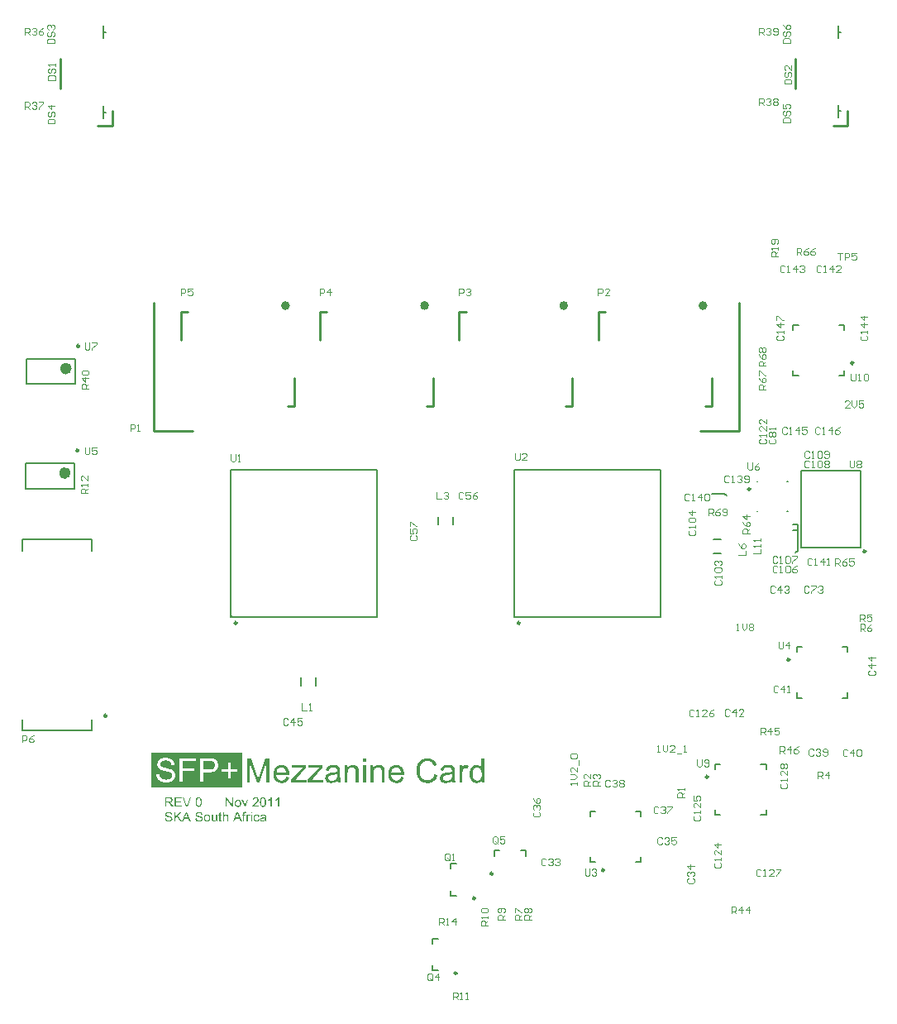
<source format=gto>
%FSLAX44Y44*%
%MOMM*%
G71*
G01*
G75*
G04 Layer_Color=65535*
%ADD10C,0.2032*%
G04:AMPARAMS|DCode=11|XSize=0.5mm|YSize=0.6mm|CornerRadius=0.125mm|HoleSize=0mm|Usage=FLASHONLY|Rotation=0.000|XOffset=0mm|YOffset=0mm|HoleType=Round|Shape=RoundedRectangle|*
%AMROUNDEDRECTD11*
21,1,0.5000,0.3500,0,0,0.0*
21,1,0.2500,0.6000,0,0,0.0*
1,1,0.2500,0.1250,-0.1750*
1,1,0.2500,-0.1250,-0.1750*
1,1,0.2500,-0.1250,0.1750*
1,1,0.2500,0.1250,0.1750*
%
%ADD11ROUNDEDRECTD11*%
%ADD12R,2.6000X1.1000*%
%ADD13R,0.6000X0.6000*%
G04:AMPARAMS|DCode=14|XSize=0.5mm|YSize=0.6mm|CornerRadius=0.125mm|HoleSize=0mm|Usage=FLASHONLY|Rotation=270.000|XOffset=0mm|YOffset=0mm|HoleType=Round|Shape=RoundedRectangle|*
%AMROUNDEDRECTD14*
21,1,0.5000,0.3500,0,0,270.0*
21,1,0.2500,0.6000,0,0,270.0*
1,1,0.2500,-0.1750,-0.1250*
1,1,0.2500,-0.1750,0.1250*
1,1,0.2500,0.1750,0.1250*
1,1,0.2500,0.1750,-0.1250*
%
%ADD14ROUNDEDRECTD14*%
%ADD15R,1.1000X1.3500*%
%ADD16R,0.6000X0.6000*%
%ADD17R,1.0000X1.4000*%
%ADD18R,1.4000X1.0000*%
%ADD19R,1.4000X1.1000*%
%ADD20R,1.1500X1.8000*%
%ADD21R,0.9500X0.3500*%
%ADD22R,0.3500X0.9500*%
%ADD23R,3.3000X3.3000*%
%ADD24R,0.6000X1.8000*%
%ADD25R,0.5000X2.0000*%
%ADD26R,1.6000X1.6000*%
%ADD27R,0.2800X0.8000*%
%ADD28R,0.8000X0.2800*%
%ADD29R,1.1000X1.4000*%
%ADD30R,1.1500X1.7000*%
%ADD31R,3.3000X3.3000*%
%ADD32R,1.1000X2.6000*%
%ADD33R,1.7000X1.1500*%
%ADD34C,0.4500*%
%ADD35C,1.0000*%
%ADD36R,12.0500X2.0000*%
%ADD37R,1.8000X1.8000*%
%ADD38R,3.6800X1.2700*%
%ADD39C,0.1270*%
%ADD40C,0.2540*%
%ADD41C,0.5080*%
%ADD42C,0.1524*%
%ADD43C,0.3048*%
%ADD44C,0.5000*%
%ADD45C,0.3810*%
%ADD46C,1.6500*%
%ADD47C,1.4732*%
%ADD48C,0.9500*%
%ADD49R,2.0000X2.0000*%
%ADD50C,8.0000*%
%ADD51C,0.4928*%
%ADD52C,0.6600*%
%ADD53C,0.5080*%
%ADD54C,1.0160*%
%ADD55C,1.0080*%
%ADD56C,2.0580*%
%ADD57C,2.0320*%
%ADD58C,1.4580*%
%ADD59C,1.5580*%
%ADD60C,1.6764*%
%ADD61C,4.3180*%
%ADD62C,0.7620*%
%ADD63C,0.1000*%
%ADD64C,0.1016*%
%ADD65C,0.8380*%
%ADD66C,1.2700*%
%ADD67R,0.4064X2.1590*%
%ADD68R,18.0340X0.5080*%
%ADD69C,0.2500*%
%ADD70C,0.6000*%
%ADD71C,0.2000*%
G36*
X263245Y270142D02*
X263423Y270112D01*
X263631Y270083D01*
X263869Y270023D01*
X264106Y269934D01*
X264329Y269830D01*
X264359Y269815D01*
X264433Y269771D01*
X264537Y269696D01*
X264686Y269607D01*
X264834Y269473D01*
X264998Y269310D01*
X265161Y269132D01*
X265310Y268924D01*
X265325Y268894D01*
X265369Y268820D01*
X265444Y268686D01*
X265533Y268522D01*
X265622Y268314D01*
X265726Y268062D01*
X265830Y267780D01*
X265919Y267467D01*
Y267453D01*
X265934Y267423D01*
Y267378D01*
X265949Y267304D01*
X265979Y267230D01*
X265993Y267126D01*
X266008Y266992D01*
X266038Y266858D01*
X266053Y266695D01*
X266068Y266531D01*
X266098Y266338D01*
X266112Y266130D01*
X266127Y265907D01*
Y265684D01*
X266142Y265164D01*
Y265149D01*
Y265090D01*
Y265001D01*
Y264882D01*
X266127Y264733D01*
Y264570D01*
X266112Y264377D01*
X266098Y264169D01*
X266053Y263723D01*
X265993Y263262D01*
X265904Y262802D01*
X265845Y262594D01*
X265786Y262386D01*
Y262371D01*
X265771Y262341D01*
X265756Y262282D01*
X265726Y262207D01*
X265681Y262118D01*
X265637Y262029D01*
X265518Y261791D01*
X265369Y261524D01*
X265191Y261256D01*
X264983Y260989D01*
X264730Y260751D01*
X264716D01*
X264701Y260721D01*
X264656Y260707D01*
X264612Y260662D01*
X264448Y260573D01*
X264255Y260469D01*
X263988Y260365D01*
X263690Y260276D01*
X263349Y260216D01*
X262962Y260187D01*
X262829D01*
X262724Y260201D01*
X262606Y260216D01*
X262472Y260246D01*
X262323Y260276D01*
X262160Y260305D01*
X261803Y260424D01*
X261610Y260513D01*
X261432Y260603D01*
X261239Y260721D01*
X261060Y260855D01*
X260897Y261004D01*
X260733Y261182D01*
X260719Y261197D01*
X260689Y261241D01*
X260644Y261316D01*
X260585Y261420D01*
X260511Y261554D01*
X260436Y261717D01*
X260347Y261910D01*
X260258Y262148D01*
X260169Y262400D01*
X260080Y262698D01*
X260005Y263025D01*
X259931Y263381D01*
X259872Y263782D01*
X259827Y264198D01*
X259797Y264674D01*
X259782Y265164D01*
Y265179D01*
Y265239D01*
Y265328D01*
Y265447D01*
X259797Y265595D01*
Y265759D01*
X259812Y265952D01*
X259827Y266160D01*
X259872Y266606D01*
X259931Y267066D01*
X260005Y267527D01*
X260065Y267735D01*
X260124Y267943D01*
Y267958D01*
X260139Y267987D01*
X260169Y268047D01*
X260198Y268121D01*
X260228Y268210D01*
X260273Y268314D01*
X260392Y268552D01*
X260540Y268820D01*
X260719Y269087D01*
X260927Y269340D01*
X261179Y269577D01*
X261194D01*
X261209Y269607D01*
X261254Y269637D01*
X261313Y269667D01*
X261462Y269756D01*
X261670Y269875D01*
X261922Y269979D01*
X262234Y270068D01*
X262576Y270127D01*
X262962Y270157D01*
X263096D01*
X263245Y270142D01*
D02*
G37*
G36*
X167211Y270098D02*
X167330D01*
X167627Y270083D01*
X167939Y270053D01*
X168266Y269993D01*
X168578Y269934D01*
X168727Y269890D01*
X168860Y269845D01*
X168875D01*
X168890Y269830D01*
X168979Y269800D01*
X169098Y269726D01*
X169247Y269622D01*
X169425Y269503D01*
X169603Y269340D01*
X169781Y269146D01*
X169945Y268909D01*
X169960Y268879D01*
X170004Y268790D01*
X170079Y268656D01*
X170153Y268478D01*
X170227Y268255D01*
X170301Y268002D01*
X170346Y267735D01*
X170361Y267438D01*
Y267423D01*
Y267393D01*
Y267334D01*
X170346Y267259D01*
Y267170D01*
X170331Y267066D01*
X170272Y266828D01*
X170198Y266546D01*
X170079Y266264D01*
X169900Y265967D01*
X169796Y265818D01*
X169678Y265684D01*
X169648Y265655D01*
X169603Y265625D01*
X169559Y265565D01*
X169484Y265521D01*
X169395Y265447D01*
X169291Y265387D01*
X169172Y265313D01*
X169039Y265239D01*
X168875Y265164D01*
X168712Y265090D01*
X168519Y265016D01*
X168325Y264941D01*
X168102Y264882D01*
X167865Y264837D01*
X167612Y264793D01*
X167642Y264778D01*
X167701Y264748D01*
X167790Y264704D01*
X167894Y264644D01*
X168147Y264481D01*
X168281Y264392D01*
X168385Y264303D01*
X168414Y264273D01*
X168489Y264213D01*
X168593Y264095D01*
X168727Y263946D01*
X168890Y263753D01*
X169068Y263530D01*
X169261Y263277D01*
X169455Y262995D01*
X171148Y260350D01*
X169529D01*
X168236Y262371D01*
Y262386D01*
X168206Y262415D01*
X168177Y262460D01*
X168147Y262519D01*
X168043Y262668D01*
X167909Y262861D01*
X167761Y263084D01*
X167597Y263307D01*
X167449Y263515D01*
X167300Y263708D01*
X167285Y263723D01*
X167241Y263782D01*
X167166Y263872D01*
X167092Y263976D01*
X166869Y264184D01*
X166765Y264288D01*
X166646Y264362D01*
X166631Y264377D01*
X166602Y264392D01*
X166542Y264421D01*
X166468Y264466D01*
X166290Y264555D01*
X166067Y264629D01*
X166052D01*
X166022Y264644D01*
X165963D01*
X165888Y264659D01*
X165784Y264674D01*
X165665D01*
X165517Y264689D01*
X163853D01*
Y260350D01*
X162560D01*
Y270112D01*
X167092D01*
X167211Y270098D01*
D02*
G37*
G36*
X179470Y268968D02*
X173704D01*
Y265967D01*
X179098D01*
Y264823D01*
X173704D01*
Y261494D01*
X179692D01*
Y260350D01*
X172411D01*
Y270112D01*
X179470D01*
Y268968D01*
D02*
G37*
G36*
X368572Y306157D02*
X365560D01*
Y309578D01*
X368572D01*
Y306157D01*
D02*
G37*
G36*
X197330Y270142D02*
X197508Y270112D01*
X197716Y270083D01*
X197954Y270023D01*
X198192Y269934D01*
X198415Y269830D01*
X198444Y269815D01*
X198519Y269771D01*
X198623Y269696D01*
X198771Y269607D01*
X198920Y269473D01*
X199083Y269310D01*
X199247Y269132D01*
X199396Y268924D01*
X199410Y268894D01*
X199455Y268820D01*
X199529Y268686D01*
X199618Y268522D01*
X199708Y268314D01*
X199811Y268062D01*
X199916Y267780D01*
X200005Y267467D01*
Y267453D01*
X200019Y267423D01*
Y267378D01*
X200034Y267304D01*
X200064Y267230D01*
X200079Y267126D01*
X200094Y266992D01*
X200124Y266858D01*
X200138Y266695D01*
X200153Y266531D01*
X200183Y266338D01*
X200198Y266130D01*
X200213Y265907D01*
Y265684D01*
X200228Y265164D01*
Y265149D01*
Y265090D01*
Y265001D01*
Y264882D01*
X200213Y264733D01*
Y264570D01*
X200198Y264377D01*
X200183Y264169D01*
X200138Y263723D01*
X200079Y263262D01*
X199990Y262802D01*
X199930Y262594D01*
X199871Y262386D01*
Y262371D01*
X199856Y262341D01*
X199841Y262282D01*
X199811Y262207D01*
X199767Y262118D01*
X199722Y262029D01*
X199604Y261791D01*
X199455Y261524D01*
X199277Y261256D01*
X199069Y260989D01*
X198816Y260751D01*
X198801D01*
X198786Y260721D01*
X198742Y260707D01*
X198697Y260662D01*
X198534Y260573D01*
X198340Y260469D01*
X198073Y260365D01*
X197776Y260276D01*
X197434Y260216D01*
X197048Y260187D01*
X196914D01*
X196810Y260201D01*
X196691Y260216D01*
X196557Y260246D01*
X196409Y260276D01*
X196245Y260305D01*
X195889Y260424D01*
X195696Y260513D01*
X195517Y260603D01*
X195324Y260721D01*
X195146Y260855D01*
X194982Y261004D01*
X194819Y261182D01*
X194804Y261197D01*
X194774Y261241D01*
X194730Y261316D01*
X194670Y261420D01*
X194596Y261554D01*
X194522Y261717D01*
X194433Y261910D01*
X194343Y262148D01*
X194254Y262400D01*
X194165Y262698D01*
X194091Y263025D01*
X194016Y263381D01*
X193957Y263782D01*
X193913Y264198D01*
X193883Y264674D01*
X193868Y265164D01*
Y265179D01*
Y265239D01*
Y265328D01*
Y265447D01*
X193883Y265595D01*
Y265759D01*
X193898Y265952D01*
X193913Y266160D01*
X193957Y266606D01*
X194016Y267066D01*
X194091Y267527D01*
X194150Y267735D01*
X194210Y267943D01*
Y267958D01*
X194224Y267987D01*
X194254Y268047D01*
X194284Y268121D01*
X194314Y268210D01*
X194358Y268314D01*
X194477Y268552D01*
X194626Y268820D01*
X194804Y269087D01*
X195012Y269340D01*
X195265Y269577D01*
X195280D01*
X195294Y269607D01*
X195339Y269637D01*
X195398Y269667D01*
X195547Y269756D01*
X195755Y269875D01*
X196008Y269979D01*
X196320Y270068D01*
X196661Y270127D01*
X197048Y270157D01*
X197181D01*
X197330Y270142D01*
D02*
G37*
G36*
X237449Y267572D02*
X237583Y267557D01*
X237717Y267542D01*
X237880Y267512D01*
X238059Y267467D01*
X238430Y267349D01*
X238623Y267274D01*
X238831Y267185D01*
X239024Y267066D01*
X239218Y266933D01*
X239411Y266784D01*
X239589Y266621D01*
X239604Y266606D01*
X239634Y266576D01*
X239678Y266516D01*
X239738Y266442D01*
X239812Y266353D01*
X239886Y266234D01*
X239975Y266086D01*
X240065Y265937D01*
X240139Y265759D01*
X240228Y265551D01*
X240302Y265343D01*
X240377Y265105D01*
X240436Y264852D01*
X240481Y264570D01*
X240510Y264288D01*
X240525Y263976D01*
Y263961D01*
Y263916D01*
Y263842D01*
Y263753D01*
X240510Y263634D01*
Y263500D01*
X240495Y263351D01*
X240481Y263188D01*
X240421Y262846D01*
X240347Y262490D01*
X240243Y262133D01*
X240109Y261821D01*
Y261806D01*
X240094Y261791D01*
X240035Y261687D01*
X239931Y261554D01*
X239797Y261375D01*
X239634Y261182D01*
X239426Y260989D01*
X239188Y260796D01*
X238906Y260618D01*
X238891D01*
X238876Y260603D01*
X238831Y260573D01*
X238772Y260558D01*
X238608Y260484D01*
X238400Y260409D01*
X238148Y260320D01*
X237865Y260261D01*
X237553Y260201D01*
X237212Y260187D01*
X237063D01*
X236959Y260201D01*
X236840Y260216D01*
X236692Y260231D01*
X236528Y260261D01*
X236350Y260305D01*
X235978Y260424D01*
X235770Y260499D01*
X235577Y260588D01*
X235369Y260692D01*
X235176Y260826D01*
X234983Y260974D01*
X234804Y261138D01*
X234790Y261152D01*
X234760Y261182D01*
X234715Y261241D01*
X234671Y261316D01*
X234596Y261420D01*
X234522Y261539D01*
X234433Y261672D01*
X234359Y261836D01*
X234270Y262029D01*
X234180Y262222D01*
X234106Y262460D01*
X234047Y262698D01*
X233987Y262965D01*
X233943Y263248D01*
X233913Y263559D01*
X233898Y263886D01*
Y263916D01*
Y263976D01*
X233913Y264080D01*
Y264213D01*
X233928Y264377D01*
X233958Y264555D01*
X233987Y264763D01*
X234032Y264986D01*
X234091Y265224D01*
X234165Y265462D01*
X234255Y265699D01*
X234359Y265937D01*
X234478Y266175D01*
X234626Y266398D01*
X234790Y266606D01*
X234983Y266799D01*
X234998Y266814D01*
X235027Y266828D01*
X235072Y266873D01*
X235146Y266918D01*
X235235Y266977D01*
X235339Y267051D01*
X235458Y267126D01*
X235607Y267200D01*
X235755Y267259D01*
X235919Y267334D01*
X236305Y267467D01*
X236736Y267557D01*
X236974Y267572D01*
X237212Y267586D01*
X237345D01*
X237449Y267572D01*
D02*
G37*
G36*
X255667Y270142D02*
X255785Y270127D01*
X255919Y270112D01*
X256068Y270098D01*
X256231Y270053D01*
X256588Y269964D01*
X256959Y269830D01*
X257152Y269741D01*
X257331Y269637D01*
X257494Y269503D01*
X257658Y269369D01*
X257673Y269355D01*
X257687Y269340D01*
X257732Y269295D01*
X257791Y269236D01*
X257851Y269146D01*
X257925Y269057D01*
X258074Y268834D01*
X258222Y268552D01*
X258356Y268225D01*
X258460Y267854D01*
X258475Y267646D01*
X258490Y267438D01*
Y267408D01*
Y267334D01*
X258475Y267215D01*
X258460Y267066D01*
X258430Y266888D01*
X258386Y266695D01*
X258326Y266487D01*
X258237Y266279D01*
X258222Y266249D01*
X258193Y266175D01*
X258133Y266071D01*
X258044Y265922D01*
X257940Y265744D01*
X257806Y265536D01*
X257628Y265328D01*
X257435Y265090D01*
X257405Y265060D01*
X257331Y264971D01*
X257197Y264837D01*
X257108Y264748D01*
X257004Y264644D01*
X256885Y264525D01*
X256736Y264392D01*
X256588Y264258D01*
X256424Y264095D01*
X256246Y263931D01*
X256038Y263753D01*
X255830Y263574D01*
X255592Y263366D01*
X255577Y263351D01*
X255548Y263322D01*
X255488Y263277D01*
X255414Y263218D01*
X255236Y263069D01*
X255013Y262876D01*
X254790Y262668D01*
X254552Y262460D01*
X254359Y262282D01*
X254285Y262207D01*
X254210Y262133D01*
X254195Y262118D01*
X254166Y262074D01*
X254106Y262014D01*
X254032Y261925D01*
X253869Y261732D01*
X253705Y261494D01*
X258505D01*
Y260350D01*
X252041D01*
Y260365D01*
Y260424D01*
Y260513D01*
X252056Y260618D01*
X252071Y260736D01*
X252085Y260870D01*
X252130Y261019D01*
X252175Y261167D01*
Y261182D01*
X252190Y261197D01*
X252219Y261286D01*
X252279Y261405D01*
X252368Y261583D01*
X252472Y261777D01*
X252620Y261999D01*
X252769Y262222D01*
X252962Y262460D01*
Y262475D01*
X252992Y262490D01*
X253066Y262579D01*
X253185Y262713D01*
X253363Y262891D01*
X253586Y263099D01*
X253854Y263351D01*
X254181Y263634D01*
X254537Y263946D01*
X254552Y263961D01*
X254611Y264005D01*
X254686Y264065D01*
X254790Y264169D01*
X254923Y264273D01*
X255072Y264407D01*
X255399Y264689D01*
X255756Y265031D01*
X256112Y265372D01*
X256291Y265536D01*
X256439Y265699D01*
X256573Y265863D01*
X256692Y266011D01*
Y266026D01*
X256721Y266041D01*
X256751Y266086D01*
X256781Y266145D01*
X256870Y266294D01*
X256974Y266487D01*
X257078Y266710D01*
X257167Y266947D01*
X257227Y267215D01*
X257256Y267467D01*
Y267482D01*
Y267497D01*
X257241Y267586D01*
X257227Y267720D01*
X257197Y267883D01*
X257123Y268077D01*
X257034Y268270D01*
X256915Y268478D01*
X256736Y268671D01*
X256707Y268686D01*
X256647Y268745D01*
X256528Y268820D01*
X256380Y268924D01*
X256187Y269013D01*
X255964Y269087D01*
X255696Y269146D01*
X255399Y269161D01*
X255310D01*
X255250Y269146D01*
X255102Y269132D01*
X254909Y269102D01*
X254686Y269028D01*
X254448Y268939D01*
X254225Y268805D01*
X254017Y268626D01*
X254002Y268597D01*
X253943Y268537D01*
X253854Y268418D01*
X253764Y268255D01*
X253661Y268047D01*
X253586Y267809D01*
X253527Y267527D01*
X253497Y267200D01*
X252264Y267334D01*
Y267349D01*
Y267393D01*
X252279Y267467D01*
X252293Y267557D01*
X252323Y267675D01*
X252338Y267809D01*
X252427Y268106D01*
X252546Y268448D01*
X252710Y268790D01*
X252932Y269132D01*
X253051Y269280D01*
X253200Y269429D01*
X253215Y269444D01*
X253244Y269459D01*
X253289Y269503D01*
X253349Y269548D01*
X253438Y269592D01*
X253542Y269667D01*
X253661Y269726D01*
X253794Y269800D01*
X253943Y269860D01*
X254106Y269934D01*
X254300Y269993D01*
X254493Y270038D01*
X254938Y270127D01*
X255176Y270142D01*
X255429Y270157D01*
X255562D01*
X255667Y270142D01*
D02*
G37*
G36*
X245013Y260350D02*
X243883D01*
X241194Y267423D01*
X242457D01*
X243972Y263173D01*
X243987Y263144D01*
X244017Y263054D01*
X244062Y262921D01*
X244121Y262742D01*
X244195Y262534D01*
X244270Y262297D01*
X244359Y262029D01*
X244433Y261762D01*
X244448Y261791D01*
X244463Y261866D01*
X244507Y261985D01*
X244552Y262133D01*
X244611Y262326D01*
X244686Y262564D01*
X244775Y262817D01*
X244879Y263099D01*
X246454Y267423D01*
X247687D01*
X245013Y260350D01*
D02*
G37*
G36*
X232338D02*
X231015D01*
X225889Y268017D01*
Y260350D01*
X224656D01*
Y270112D01*
X225963D01*
X231105Y262445D01*
Y270112D01*
X232338D01*
Y260350D01*
D02*
G37*
G36*
X241525Y280261D02*
X148590D01*
Y315670D01*
X241525D01*
Y280261D01*
D02*
G37*
G36*
X271878Y260350D02*
X270674D01*
Y267987D01*
X270659Y267973D01*
X270600Y267913D01*
X270496Y267839D01*
X270362Y267735D01*
X270199Y267601D01*
X270005Y267467D01*
X269783Y267304D01*
X269530Y267155D01*
X269515D01*
X269500Y267141D01*
X269411Y267081D01*
X269277Y267007D01*
X269114Y266918D01*
X268921Y266814D01*
X268713Y266724D01*
X268490Y266621D01*
X268282Y266531D01*
Y267705D01*
X268297D01*
X268326Y267720D01*
X268386Y267750D01*
X268445Y267794D01*
X268534Y267839D01*
X268638Y267883D01*
X268876Y268017D01*
X269144Y268181D01*
X269441Y268374D01*
X269738Y268597D01*
X270020Y268834D01*
X270035Y268849D01*
X270050Y268864D01*
X270139Y268953D01*
X270273Y269087D01*
X270436Y269251D01*
X270615Y269459D01*
X270793Y269681D01*
X270956Y269919D01*
X271090Y270157D01*
X271878D01*
Y260350D01*
D02*
G37*
G36*
X279456D02*
X278252D01*
Y267987D01*
X278237Y267973D01*
X278178Y267913D01*
X278074Y267839D01*
X277940Y267735D01*
X277777Y267601D01*
X277584Y267467D01*
X277361Y267304D01*
X277108Y267155D01*
X277093D01*
X277078Y267141D01*
X276989Y267081D01*
X276855Y267007D01*
X276692Y266918D01*
X276499Y266814D01*
X276291Y266724D01*
X276068Y266621D01*
X275860Y266531D01*
Y267705D01*
X275875D01*
X275905Y267720D01*
X275964Y267750D01*
X276023Y267794D01*
X276112Y267839D01*
X276217Y267883D01*
X276454Y268017D01*
X276722Y268181D01*
X277019Y268374D01*
X277316Y268597D01*
X277598Y268834D01*
X277613Y268849D01*
X277628Y268864D01*
X277717Y268953D01*
X277851Y269087D01*
X278014Y269251D01*
X278193Y269459D01*
X278371Y269681D01*
X278535Y269919D01*
X278668Y270157D01*
X279456D01*
Y260350D01*
D02*
G37*
G36*
X185577D02*
X184254D01*
X180465Y270112D01*
X181877D01*
X184403Y263025D01*
Y263010D01*
X184418Y262980D01*
X184432Y262936D01*
X184462Y262876D01*
X184507Y262713D01*
X184581Y262505D01*
X184670Y262252D01*
X184759Y261985D01*
X184923Y261420D01*
Y261435D01*
X184938Y261450D01*
X184953Y261494D01*
X184967Y261554D01*
X185012Y261717D01*
X185071Y261925D01*
X185146Y262163D01*
X185235Y262430D01*
X185339Y262727D01*
X185443Y263025D01*
X188088Y270112D01*
X189395D01*
X185577Y260350D01*
D02*
G37*
G36*
X324061Y300876D02*
X314467Y289609D01*
X312608Y287527D01*
X312794D01*
X312942Y287564D01*
X313351Y287601D01*
X313835Y287638D01*
X314430D01*
X315062Y287675D01*
X316401Y287713D01*
X324581D01*
Y285147D01*
X308926D01*
Y287564D01*
X320193Y300542D01*
X319859D01*
X319524Y300504D01*
X319041D01*
X318520Y300467D01*
X317962D01*
X317367Y300430D01*
X309596D01*
Y302847D01*
X324061D01*
Y300876D01*
D02*
G37*
G36*
X335849Y303219D02*
X336369Y303182D01*
X336964Y303107D01*
X337596Y303033D01*
X338191Y302884D01*
X338749Y302698D01*
X338823Y302661D01*
X338972Y302624D01*
X339232Y302475D01*
X339530Y302327D01*
X339865Y302141D01*
X340237Y301917D01*
X340534Y301657D01*
X340831Y301360D01*
X340869Y301322D01*
X340943Y301211D01*
X341054Y301062D01*
X341203Y300802D01*
X341352Y300504D01*
X341501Y300170D01*
X341650Y299761D01*
X341761Y299314D01*
Y299277D01*
X341798Y299166D01*
X341835Y298980D01*
X341873Y298682D01*
Y298311D01*
X341910Y297827D01*
X341947Y297269D01*
Y296563D01*
Y292547D01*
Y292509D01*
Y292361D01*
Y292138D01*
Y291877D01*
Y291543D01*
Y291171D01*
X341984Y290315D01*
Y289386D01*
X342021Y288531D01*
X342058Y288122D01*
Y287787D01*
X342096Y287489D01*
X342133Y287229D01*
Y287192D01*
X342170Y287043D01*
X342207Y286820D01*
X342282Y286560D01*
X342393Y286262D01*
X342542Y285891D01*
X342877Y285147D01*
X339753D01*
X339716Y285184D01*
X339679Y285296D01*
X339604Y285519D01*
X339493Y285779D01*
X339381Y286114D01*
X339307Y286485D01*
X339232Y286894D01*
X339158Y287378D01*
X339084Y287304D01*
X338861Y287155D01*
X338563Y286894D01*
X338117Y286597D01*
X337634Y286225D01*
X337076Y285891D01*
X336518Y285593D01*
X335923Y285333D01*
X335849Y285296D01*
X335663Y285258D01*
X335365Y285147D01*
X334956Y285035D01*
X334436Y284924D01*
X333878Y284849D01*
X333283Y284775D01*
X332613Y284738D01*
X332353D01*
X332130Y284775D01*
X331907D01*
X331609Y284812D01*
X330977Y284924D01*
X330233Y285072D01*
X329527Y285333D01*
X328783Y285667D01*
X328151Y286151D01*
X328077Y286225D01*
X327891Y286411D01*
X327668Y286709D01*
X327370Y287155D01*
X327073Y287675D01*
X326850Y288270D01*
X326664Y289014D01*
X326589Y289795D01*
Y289869D01*
Y290018D01*
X326627Y290278D01*
X326664Y290576D01*
X326738Y290948D01*
X326813Y291357D01*
X326961Y291766D01*
X327147Y292175D01*
X327184Y292212D01*
X327259Y292361D01*
X327370Y292547D01*
X327556Y292807D01*
X327779Y293067D01*
X328077Y293365D01*
X328374Y293625D01*
X328709Y293885D01*
X328746Y293923D01*
X328895Y293997D01*
X329081Y294109D01*
X329341Y294257D01*
X329676Y294443D01*
X330010Y294592D01*
X330420Y294741D01*
X330866Y294889D01*
X330903D01*
X331052Y294927D01*
X331237Y294964D01*
X331535Y295038D01*
X331907Y295112D01*
X332390Y295187D01*
X332911Y295261D01*
X333543Y295336D01*
X333580D01*
X333692Y295373D01*
X333878D01*
X334138Y295410D01*
X334436Y295447D01*
X334770Y295484D01*
X335588Y295633D01*
X336443Y295782D01*
X337336Y295931D01*
X338191Y296154D01*
X338563Y296265D01*
X338898Y296377D01*
Y296414D01*
Y296488D01*
X338935Y296712D01*
Y296972D01*
Y297083D01*
Y297158D01*
Y297195D01*
Y297232D01*
Y297455D01*
X338898Y297790D01*
X338823Y298162D01*
X338712Y298571D01*
X338563Y299017D01*
X338377Y299389D01*
X338080Y299723D01*
X338042Y299761D01*
X337857Y299872D01*
X337596Y300058D01*
X337224Y300244D01*
X336741Y300430D01*
X336146Y300616D01*
X335439Y300728D01*
X334659Y300765D01*
X334324D01*
X333952Y300728D01*
X333469Y300690D01*
X332948Y300579D01*
X332465Y300467D01*
X331944Y300281D01*
X331535Y300021D01*
X331498Y299984D01*
X331386Y299872D01*
X331200Y299686D01*
X330977Y299426D01*
X330717Y299054D01*
X330494Y298608D01*
X330233Y298050D01*
X330048Y297418D01*
X327110Y297827D01*
Y297864D01*
X327147Y297901D01*
X327184Y298125D01*
X327296Y298459D01*
X327407Y298905D01*
X327593Y299389D01*
X327817Y299872D01*
X328077Y300393D01*
X328411Y300839D01*
X328449Y300876D01*
X328597Y301025D01*
X328783Y301248D01*
X329081Y301508D01*
X329453Y301769D01*
X329936Y302066D01*
X330457Y302364D01*
X331052Y302624D01*
X331089D01*
X331126Y302661D01*
X331237Y302698D01*
X331349Y302736D01*
X331721Y302810D01*
X332204Y302959D01*
X332799Y303070D01*
X333469Y303145D01*
X334250Y303219D01*
X335068Y303256D01*
X335439D01*
X335849Y303219D01*
D02*
G37*
G36*
X368572Y285147D02*
X365560D01*
Y302847D01*
X368572D01*
Y285147D01*
D02*
G37*
G36*
X282339Y303219D02*
X282636Y303182D01*
X283008Y303145D01*
X283380Y303070D01*
X283826Y302959D01*
X284718Y302661D01*
X285202Y302475D01*
X285685Y302215D01*
X286169Y301955D01*
X286652Y301620D01*
X287098Y301248D01*
X287544Y300802D01*
X287582Y300765D01*
X287656Y300690D01*
X287768Y300542D01*
X287916Y300356D01*
X288065Y300095D01*
X288251Y299798D01*
X288474Y299463D01*
X288697Y299054D01*
X288883Y298571D01*
X289106Y298087D01*
X289292Y297530D01*
X289478Y296897D01*
X289590Y296265D01*
X289701Y295559D01*
X289776Y294815D01*
X289813Y293997D01*
Y293960D01*
Y293811D01*
Y293551D01*
X289776Y293216D01*
X276612D01*
Y293179D01*
Y293104D01*
X276649Y292918D01*
Y292733D01*
X276686Y292472D01*
X276723Y292212D01*
X276872Y291543D01*
X277095Y290836D01*
X277356Y290092D01*
X277765Y289349D01*
X278248Y288717D01*
X278322Y288642D01*
X278508Y288493D01*
X278843Y288233D01*
X279252Y287973D01*
X279810Y287675D01*
X280442Y287415D01*
X281148Y287266D01*
X281929Y287192D01*
X282227D01*
X282524Y287229D01*
X282896Y287304D01*
X283342Y287415D01*
X283826Y287564D01*
X284309Y287750D01*
X284755Y288047D01*
X284793Y288084D01*
X284942Y288233D01*
X285165Y288419D01*
X285425Y288754D01*
X285722Y289126D01*
X286020Y289609D01*
X286317Y290204D01*
X286615Y290873D01*
X289701Y290464D01*
Y290427D01*
X289664Y290353D01*
X289627Y290204D01*
X289552Y290018D01*
X289478Y289795D01*
X289367Y289535D01*
X289069Y288902D01*
X288697Y288233D01*
X288251Y287527D01*
X287656Y286820D01*
X286987Y286225D01*
X286950D01*
X286912Y286151D01*
X286801Y286076D01*
X286615Y286002D01*
X286429Y285891D01*
X286206Y285742D01*
X285945Y285630D01*
X285611Y285481D01*
X284904Y285221D01*
X284012Y284961D01*
X283045Y284812D01*
X281929Y284738D01*
X281558D01*
X281297Y284775D01*
X280963Y284812D01*
X280591Y284849D01*
X280182Y284924D01*
X279698Y285035D01*
X278731Y285333D01*
X278211Y285519D01*
X277728Y285742D01*
X277207Y286002D01*
X276723Y286337D01*
X276240Y286709D01*
X275794Y287118D01*
X275757Y287155D01*
X275682Y287229D01*
X275571Y287378D01*
X275459Y287564D01*
X275273Y287787D01*
X275087Y288084D01*
X274864Y288456D01*
X274678Y288865D01*
X274455Y289312D01*
X274232Y289795D01*
X274046Y290353D01*
X273897Y290948D01*
X273749Y291580D01*
X273637Y292286D01*
X273563Y293030D01*
X273526Y293811D01*
Y293848D01*
Y293997D01*
Y294257D01*
X273563Y294555D01*
X273600Y294927D01*
X273637Y295373D01*
X273711Y295856D01*
X273823Y296377D01*
X274083Y297492D01*
X274269Y298050D01*
X274492Y298645D01*
X274753Y299203D01*
X275050Y299761D01*
X275385Y300281D01*
X275794Y300765D01*
X275831Y300802D01*
X275905Y300876D01*
X276017Y300988D01*
X276203Y301174D01*
X276426Y301360D01*
X276723Y301546D01*
X277021Y301769D01*
X277393Y302029D01*
X277802Y302252D01*
X278248Y302475D01*
X278731Y302661D01*
X279289Y302884D01*
X279847Y303033D01*
X280442Y303145D01*
X281074Y303219D01*
X281744Y303256D01*
X282078D01*
X282339Y303219D01*
D02*
G37*
G36*
X399919D02*
X400217Y303182D01*
X400589Y303145D01*
X400961Y303070D01*
X401407Y302959D01*
X402299Y302661D01*
X402783Y302475D01*
X403266Y302215D01*
X403750Y301955D01*
X404233Y301620D01*
X404679Y301248D01*
X405125Y300802D01*
X405163Y300765D01*
X405237Y300690D01*
X405348Y300542D01*
X405497Y300356D01*
X405646Y300095D01*
X405832Y299798D01*
X406055Y299463D01*
X406278Y299054D01*
X406464Y298571D01*
X406687Y298087D01*
X406873Y297530D01*
X407059Y296897D01*
X407170Y296265D01*
X407282Y295559D01*
X407356Y294815D01*
X407394Y293997D01*
Y293960D01*
Y293811D01*
Y293551D01*
X407356Y293216D01*
X394193D01*
Y293179D01*
Y293104D01*
X394230Y292918D01*
Y292733D01*
X394267Y292472D01*
X394304Y292212D01*
X394453Y291543D01*
X394676Y290836D01*
X394936Y290092D01*
X395345Y289349D01*
X395829Y288717D01*
X395903Y288642D01*
X396089Y288493D01*
X396424Y288233D01*
X396833Y287973D01*
X397391Y287675D01*
X398023Y287415D01*
X398729Y287266D01*
X399510Y287192D01*
X399808D01*
X400105Y287229D01*
X400477Y287304D01*
X400923Y287415D01*
X401407Y287564D01*
X401890Y287750D01*
X402336Y288047D01*
X402374Y288084D01*
X402522Y288233D01*
X402745Y288419D01*
X403006Y288754D01*
X403303Y289126D01*
X403601Y289609D01*
X403898Y290204D01*
X404196Y290873D01*
X407282Y290464D01*
Y290427D01*
X407245Y290353D01*
X407208Y290204D01*
X407133Y290018D01*
X407059Y289795D01*
X406947Y289535D01*
X406650Y288902D01*
X406278Y288233D01*
X405832Y287527D01*
X405237Y286820D01*
X404567Y286225D01*
X404530D01*
X404493Y286151D01*
X404382Y286076D01*
X404196Y286002D01*
X404010Y285891D01*
X403787Y285742D01*
X403526Y285630D01*
X403192Y285481D01*
X402485Y285221D01*
X401593Y284961D01*
X400626Y284812D01*
X399510Y284738D01*
X399138D01*
X398878Y284775D01*
X398544Y284812D01*
X398172Y284849D01*
X397763Y284924D01*
X397279Y285035D01*
X396312Y285333D01*
X395792Y285519D01*
X395308Y285742D01*
X394788Y286002D01*
X394304Y286337D01*
X393821Y286709D01*
X393375Y287118D01*
X393338Y287155D01*
X393263Y287229D01*
X393152Y287378D01*
X393040Y287564D01*
X392854Y287787D01*
X392668Y288084D01*
X392445Y288456D01*
X392259Y288865D01*
X392036Y289312D01*
X391813Y289795D01*
X391627Y290353D01*
X391478Y290948D01*
X391329Y291580D01*
X391218Y292286D01*
X391143Y293030D01*
X391106Y293811D01*
Y293848D01*
Y293997D01*
Y294257D01*
X391143Y294555D01*
X391181Y294927D01*
X391218Y295373D01*
X391292Y295856D01*
X391404Y296377D01*
X391664Y297492D01*
X391850Y298050D01*
X392073Y298645D01*
X392333Y299203D01*
X392631Y299761D01*
X392966Y300281D01*
X393375Y300765D01*
X393412Y300802D01*
X393486Y300876D01*
X393598Y300988D01*
X393784Y301174D01*
X394007Y301360D01*
X394304Y301546D01*
X394602Y301769D01*
X394974Y302029D01*
X395383Y302252D01*
X395829Y302475D01*
X396312Y302661D01*
X396870Y302884D01*
X397428Y303033D01*
X398023Y303145D01*
X398655Y303219D01*
X399324Y303256D01*
X399659D01*
X399919Y303219D01*
D02*
G37*
G36*
X306992Y300876D02*
X297399Y289609D01*
X295539Y287527D01*
X295725D01*
X295874Y287564D01*
X296283Y287601D01*
X296766Y287638D01*
X297362D01*
X297994Y287675D01*
X299332Y287713D01*
X307513D01*
Y285147D01*
X291858D01*
Y287564D01*
X303125Y300542D01*
X302791D01*
X302456Y300504D01*
X301973D01*
X301452Y300467D01*
X300894D01*
X300299Y300430D01*
X292527D01*
Y302847D01*
X306992D01*
Y300876D01*
D02*
G37*
G36*
X453392Y303219D02*
X453913Y303182D01*
X454508Y303107D01*
X455140Y303033D01*
X455735Y302884D01*
X456293Y302698D01*
X456367Y302661D01*
X456516Y302624D01*
X456776Y302475D01*
X457074Y302327D01*
X457408Y302141D01*
X457780Y301917D01*
X458078Y301657D01*
X458375Y301360D01*
X458412Y301322D01*
X458487Y301211D01*
X458598Y301062D01*
X458747Y300802D01*
X458896Y300504D01*
X459044Y300170D01*
X459193Y299761D01*
X459305Y299314D01*
Y299277D01*
X459342Y299166D01*
X459379Y298980D01*
X459416Y298682D01*
Y298311D01*
X459454Y297827D01*
X459491Y297269D01*
Y296563D01*
Y292547D01*
Y292509D01*
Y292361D01*
Y292138D01*
Y291877D01*
Y291543D01*
Y291171D01*
X459528Y290315D01*
Y289386D01*
X459565Y288531D01*
X459602Y288122D01*
Y287787D01*
X459639Y287489D01*
X459677Y287229D01*
Y287192D01*
X459714Y287043D01*
X459751Y286820D01*
X459825Y286560D01*
X459937Y286262D01*
X460086Y285891D01*
X460420Y285147D01*
X457297D01*
X457259Y285184D01*
X457222Y285296D01*
X457148Y285519D01*
X457036Y285779D01*
X456925Y286114D01*
X456851Y286485D01*
X456776Y286894D01*
X456702Y287378D01*
X456627Y287304D01*
X456404Y287155D01*
X456107Y286894D01*
X455661Y286597D01*
X455177Y286225D01*
X454619Y285891D01*
X454062Y285593D01*
X453467Y285333D01*
X453392Y285296D01*
X453206Y285258D01*
X452909Y285147D01*
X452500Y285035D01*
X451979Y284924D01*
X451421Y284849D01*
X450826Y284775D01*
X450157Y284738D01*
X449897D01*
X449674Y284775D01*
X449451D01*
X449153Y284812D01*
X448521Y284924D01*
X447777Y285072D01*
X447071Y285333D01*
X446327Y285667D01*
X445695Y286151D01*
X445620Y286225D01*
X445434Y286411D01*
X445211Y286709D01*
X444914Y287155D01*
X444616Y287675D01*
X444393Y288270D01*
X444207Y289014D01*
X444133Y289795D01*
Y289869D01*
Y290018D01*
X444170Y290278D01*
X444207Y290576D01*
X444282Y290948D01*
X444356Y291357D01*
X444505Y291766D01*
X444691Y292175D01*
X444728Y292212D01*
X444802Y292361D01*
X444914Y292547D01*
X445100Y292807D01*
X445323Y293067D01*
X445620Y293365D01*
X445918Y293625D01*
X446253Y293885D01*
X446290Y293923D01*
X446438Y293997D01*
X446624Y294109D01*
X446885Y294257D01*
X447219Y294443D01*
X447554Y294592D01*
X447963Y294741D01*
X448409Y294889D01*
X448447D01*
X448595Y294927D01*
X448781Y294964D01*
X449079Y295038D01*
X449451Y295112D01*
X449934Y295187D01*
X450455Y295261D01*
X451087Y295336D01*
X451124D01*
X451236Y295373D01*
X451421D01*
X451682Y295410D01*
X451979Y295447D01*
X452314Y295484D01*
X453132Y295633D01*
X453987Y295782D01*
X454880Y295931D01*
X455735Y296154D01*
X456107Y296265D01*
X456441Y296377D01*
Y296414D01*
Y296488D01*
X456479Y296712D01*
Y296972D01*
Y297083D01*
Y297158D01*
Y297195D01*
Y297232D01*
Y297455D01*
X456441Y297790D01*
X456367Y298162D01*
X456255Y298571D01*
X456107Y299017D01*
X455921Y299389D01*
X455623Y299723D01*
X455586Y299761D01*
X455400Y299872D01*
X455140Y300058D01*
X454768Y300244D01*
X454285Y300430D01*
X453690Y300616D01*
X452983Y300728D01*
X452202Y300765D01*
X451868D01*
X451496Y300728D01*
X451012Y300690D01*
X450492Y300579D01*
X450008Y300467D01*
X449488Y300281D01*
X449079Y300021D01*
X449041Y299984D01*
X448930Y299872D01*
X448744Y299686D01*
X448521Y299426D01*
X448261Y299054D01*
X448037Y298608D01*
X447777Y298050D01*
X447591Y297418D01*
X444654Y297827D01*
Y297864D01*
X444691Y297901D01*
X444728Y298125D01*
X444840Y298459D01*
X444951Y298905D01*
X445137Y299389D01*
X445360Y299872D01*
X445620Y300393D01*
X445955Y300839D01*
X445992Y300876D01*
X446141Y301025D01*
X446327Y301248D01*
X446624Y301508D01*
X446996Y301769D01*
X447480Y302066D01*
X448000Y302364D01*
X448595Y302624D01*
X448633D01*
X448670Y302661D01*
X448781Y302698D01*
X448893Y302736D01*
X449265Y302810D01*
X449748Y302959D01*
X450343Y303070D01*
X451012Y303145D01*
X451793Y303219D01*
X452611Y303256D01*
X452983D01*
X453392Y303219D01*
D02*
G37*
G36*
X382033D02*
X382405Y303182D01*
X382851Y303107D01*
X383372Y302996D01*
X383855Y302847D01*
X384376Y302661D01*
X384450Y302624D01*
X384599Y302550D01*
X384822Y302438D01*
X385120Y302252D01*
X385454Y302029D01*
X385789Y301769D01*
X386124Y301471D01*
X386384Y301137D01*
X386421Y301099D01*
X386495Y300988D01*
X386607Y300765D01*
X386756Y300504D01*
X386904Y300207D01*
X387053Y299835D01*
X387202Y299389D01*
X387313Y298943D01*
Y298905D01*
X387351Y298794D01*
X387388Y298571D01*
X387425Y298273D01*
Y297864D01*
X387462Y297344D01*
X387499Y296749D01*
Y296005D01*
Y285147D01*
X384487D01*
Y295893D01*
Y295931D01*
Y295968D01*
Y296191D01*
Y296525D01*
X384450Y296935D01*
X384413Y297344D01*
X384339Y297827D01*
X384227Y298236D01*
X384115Y298608D01*
Y298645D01*
X384041Y298757D01*
X383967Y298943D01*
X383855Y299128D01*
X383669Y299389D01*
X383446Y299612D01*
X383186Y299872D01*
X382888Y300095D01*
X382851Y300133D01*
X382740Y300170D01*
X382554Y300281D01*
X382293Y300393D01*
X381996Y300467D01*
X381624Y300579D01*
X381252Y300616D01*
X380806Y300653D01*
X380471D01*
X380137Y300579D01*
X379653Y300504D01*
X379133Y300356D01*
X378612Y300133D01*
X378017Y299835D01*
X377496Y299426D01*
X377422Y299352D01*
X377273Y299166D01*
X377050Y298868D01*
X376939Y298645D01*
X376827Y298385D01*
X376678Y298087D01*
X376567Y297753D01*
X376455Y297381D01*
X376344Y296972D01*
X376232Y296488D01*
X376195Y295968D01*
X376121Y295410D01*
Y294815D01*
Y285147D01*
X373108D01*
Y302847D01*
X375823D01*
Y300319D01*
X375860Y300356D01*
X375897Y300430D01*
X376009Y300579D01*
X376195Y300765D01*
X376381Y300988D01*
X376641Y301248D01*
X376902Y301508D01*
X377236Y301806D01*
X377645Y302066D01*
X378054Y302327D01*
X378500Y302587D01*
X379021Y302810D01*
X379542Y302996D01*
X380137Y303145D01*
X380769Y303219D01*
X381438Y303256D01*
X381698D01*
X382033Y303219D01*
D02*
G37*
G36*
X489685Y285147D02*
X486897D01*
Y287341D01*
X486859Y287304D01*
X486822Y287229D01*
X486711Y287118D01*
X486562Y286932D01*
X486413Y286746D01*
X486190Y286523D01*
X485930Y286299D01*
X485632Y286039D01*
X485298Y285816D01*
X484926Y285556D01*
X484517Y285333D01*
X484108Y285147D01*
X483624Y284961D01*
X483103Y284849D01*
X482546Y284775D01*
X481951Y284738D01*
X481728D01*
X481579Y284775D01*
X481170Y284812D01*
X480686Y284886D01*
X480054Y285035D01*
X479422Y285221D01*
X478716Y285519D01*
X478046Y285891D01*
X478009D01*
X477972Y285928D01*
X477749Y286114D01*
X477451Y286374D01*
X477042Y286746D01*
X476633Y287192D01*
X476150Y287750D01*
X475741Y288382D01*
X475332Y289126D01*
Y289163D01*
X475295Y289237D01*
X475257Y289349D01*
X475183Y289498D01*
X475109Y289683D01*
X475034Y289944D01*
X474848Y290539D01*
X474662Y291245D01*
X474514Y292063D01*
X474402Y292956D01*
X474365Y293960D01*
Y293997D01*
Y294071D01*
Y294220D01*
Y294406D01*
X474402Y294629D01*
Y294927D01*
X474477Y295559D01*
X474588Y296302D01*
X474737Y297083D01*
X474923Y297939D01*
X475220Y298757D01*
Y298794D01*
X475257Y298868D01*
X475332Y298980D01*
X475406Y299128D01*
X475592Y299500D01*
X475890Y299984D01*
X476261Y300542D01*
X476708Y301099D01*
X477228Y301620D01*
X477860Y302103D01*
X477897D01*
X477935Y302141D01*
X478158Y302289D01*
X478530Y302475D01*
X479013Y302698D01*
X479608Y302884D01*
X480277Y303070D01*
X481021Y303219D01*
X481802Y303256D01*
X482062D01*
X482360Y303219D01*
X482769Y303182D01*
X483178Y303070D01*
X483661Y302959D01*
X484145Y302773D01*
X484628Y302550D01*
X484702Y302512D01*
X484851Y302438D01*
X485074Y302289D01*
X485372Y302066D01*
X485669Y301843D01*
X486041Y301546D01*
X486376Y301174D01*
X486673Y300802D01*
Y309578D01*
X489685D01*
Y285147D01*
D02*
G37*
G36*
X432122Y309949D02*
X432420Y309912D01*
X432791Y309875D01*
X433200Y309838D01*
X433647Y309764D01*
X434613Y309541D01*
X435655Y309206D01*
X436175Y308983D01*
X436696Y308722D01*
X437179Y308425D01*
X437663Y308090D01*
X437700Y308053D01*
X437774Y308016D01*
X437886Y307904D01*
X438072Y307756D01*
X438258Y307570D01*
X438518Y307309D01*
X438778Y307049D01*
X439039Y306752D01*
X439336Y306380D01*
X439596Y306008D01*
X439894Y305562D01*
X440191Y305078D01*
X440452Y304595D01*
X440712Y304037D01*
X441158Y302847D01*
X437960Y302103D01*
Y302141D01*
X437923Y302215D01*
X437886Y302364D01*
X437812Y302550D01*
X437700Y302773D01*
X437588Y303033D01*
X437328Y303591D01*
X436993Y304223D01*
X436547Y304892D01*
X436064Y305487D01*
X435469Y306008D01*
X435394Y306045D01*
X435171Y306194D01*
X434837Y306380D01*
X434353Y306640D01*
X433795Y306863D01*
X433089Y307049D01*
X432308Y307198D01*
X431415Y307235D01*
X431155D01*
X430969Y307198D01*
X430709D01*
X430449Y307161D01*
X429779Y307049D01*
X429036Y306900D01*
X428255Y306640D01*
X427474Y306305D01*
X426730Y305859D01*
X426693D01*
X426656Y305785D01*
X426433Y305599D01*
X426098Y305301D01*
X425689Y304892D01*
X425280Y304372D01*
X424834Y303777D01*
X424425Y303033D01*
X424090Y302215D01*
Y302178D01*
X424053Y302103D01*
X424016Y301992D01*
X423978Y301806D01*
X423904Y301620D01*
X423867Y301360D01*
X423718Y300765D01*
X423569Y300058D01*
X423458Y299277D01*
X423383Y298422D01*
X423346Y297530D01*
Y297492D01*
Y297381D01*
Y297232D01*
Y297009D01*
X423383Y296749D01*
Y296414D01*
X423421Y296079D01*
X423458Y295707D01*
X423569Y294852D01*
X423718Y293923D01*
X423941Y292993D01*
X424239Y292101D01*
Y292063D01*
X424276Y291989D01*
X424350Y291877D01*
X424425Y291729D01*
X424611Y291282D01*
X424908Y290799D01*
X425317Y290204D01*
X425801Y289646D01*
X426358Y289088D01*
X427028Y288605D01*
X427065D01*
X427102Y288568D01*
X427214Y288493D01*
X427362Y288419D01*
X427771Y288270D01*
X428292Y288047D01*
X428887Y287861D01*
X429594Y287675D01*
X430374Y287527D01*
X431192Y287489D01*
X431453D01*
X431639Y287527D01*
X431862D01*
X432159Y287564D01*
X432791Y287675D01*
X433498Y287861D01*
X434279Y288159D01*
X435023Y288531D01*
X435766Y289051D01*
X435803Y289088D01*
X435841Y289126D01*
X436064Y289349D01*
X436398Y289721D01*
X436808Y290204D01*
X437216Y290873D01*
X437663Y291654D01*
X438035Y292621D01*
X438332Y293699D01*
X441567Y292881D01*
Y292844D01*
X441530Y292695D01*
X441456Y292509D01*
X441381Y292212D01*
X441232Y291915D01*
X441084Y291506D01*
X440935Y291096D01*
X440712Y290650D01*
X440229Y289646D01*
X439559Y288642D01*
X438815Y287675D01*
X438369Y287229D01*
X437886Y286820D01*
X437849Y286783D01*
X437774Y286746D01*
X437626Y286634D01*
X437402Y286485D01*
X437142Y286337D01*
X436845Y286151D01*
X436510Y285965D01*
X436101Y285779D01*
X435655Y285593D01*
X435171Y285407D01*
X434613Y285221D01*
X434056Y285072D01*
X432829Y284812D01*
X432159Y284775D01*
X431453Y284738D01*
X431081D01*
X430783Y284775D01*
X430449D01*
X430077Y284812D01*
X429631Y284886D01*
X429184Y284924D01*
X428143Y285147D01*
X427065Y285407D01*
X426024Y285816D01*
X425503Y286039D01*
X425020Y286337D01*
X424982Y286374D01*
X424908Y286411D01*
X424796Y286523D01*
X424611Y286634D01*
X424164Y287006D01*
X423644Y287527D01*
X423012Y288159D01*
X422417Y288977D01*
X421785Y289907D01*
X421264Y290985D01*
Y291022D01*
X421227Y291134D01*
X421152Y291282D01*
X421078Y291506D01*
X420966Y291803D01*
X420855Y292138D01*
X420743Y292509D01*
X420632Y292956D01*
X420520Y293402D01*
X420409Y293923D01*
X420186Y295038D01*
X420037Y296228D01*
X420000Y297530D01*
Y297567D01*
Y297715D01*
Y297901D01*
X420037Y298162D01*
Y298496D01*
X420074Y298905D01*
X420111Y299314D01*
X420186Y299798D01*
X420371Y300839D01*
X420594Y301955D01*
X420966Y303107D01*
X421450Y304186D01*
Y304223D01*
X421524Y304297D01*
X421599Y304446D01*
X421710Y304669D01*
X421859Y304892D01*
X422045Y305153D01*
X422528Y305785D01*
X423086Y306491D01*
X423792Y307198D01*
X424648Y307904D01*
X425577Y308499D01*
X425615D01*
X425689Y308574D01*
X425838Y308648D01*
X426061Y308722D01*
X426284Y308834D01*
X426581Y308983D01*
X426953Y309094D01*
X427325Y309243D01*
X427734Y309392D01*
X428180Y309503D01*
X429184Y309764D01*
X430300Y309912D01*
X431490Y309987D01*
X431862D01*
X432122Y309949D01*
D02*
G37*
G36*
X269695Y285147D02*
X266572D01*
Y305599D01*
X259432Y285147D01*
X256532D01*
X249504Y305933D01*
Y285147D01*
X246380D01*
Y309578D01*
X251214D01*
X257015Y292286D01*
Y292249D01*
X257052Y292175D01*
X257090Y292063D01*
X257127Y291877D01*
X257275Y291468D01*
X257461Y290948D01*
X257647Y290353D01*
X257833Y289758D01*
X258019Y289163D01*
X258168Y288679D01*
X258205Y288754D01*
X258242Y288940D01*
X258354Y289237D01*
X258503Y289646D01*
X258651Y290204D01*
X258874Y290873D01*
X259172Y291654D01*
X259469Y292584D01*
X265308Y309578D01*
X269695D01*
Y285147D01*
D02*
G37*
G36*
X471167Y303219D02*
X471576Y303145D01*
X472022Y302996D01*
X472543Y302847D01*
X473101Y302587D01*
X473696Y302252D01*
X472617Y299500D01*
X472580Y299538D01*
X472431Y299612D01*
X472208Y299723D01*
X471948Y299835D01*
X471613Y299947D01*
X471241Y300058D01*
X470832Y300133D01*
X470423Y300170D01*
X470275D01*
X470089Y300133D01*
X469828Y300095D01*
X469568Y300021D01*
X469271Y299909D01*
X468973Y299761D01*
X468675Y299575D01*
X468638Y299538D01*
X468564Y299463D01*
X468415Y299314D01*
X468266Y299128D01*
X468080Y298905D01*
X467895Y298608D01*
X467746Y298273D01*
X467597Y297901D01*
X467560Y297827D01*
X467523Y297641D01*
X467448Y297306D01*
X467374Y296860D01*
X467262Y296340D01*
X467188Y295745D01*
X467151Y295112D01*
X467114Y294406D01*
Y285147D01*
X464102D01*
Y302847D01*
X466816D01*
Y300207D01*
X466853Y300244D01*
X467002Y300467D01*
X467188Y300802D01*
X467411Y301174D01*
X467709Y301583D01*
X468043Y301992D01*
X468341Y302364D01*
X468675Y302624D01*
X468713Y302661D01*
X468824Y302736D01*
X469010Y302810D01*
X469271Y302959D01*
X469531Y303070D01*
X469865Y303145D01*
X470237Y303219D01*
X470609Y303256D01*
X470869D01*
X471167Y303219D01*
D02*
G37*
G36*
X355483D02*
X355854Y303182D01*
X356301Y303107D01*
X356821Y302996D01*
X357305Y302847D01*
X357825Y302661D01*
X357900Y302624D01*
X358048Y302550D01*
X358271Y302438D01*
X358569Y302252D01*
X358904Y302029D01*
X359238Y301769D01*
X359573Y301471D01*
X359833Y301137D01*
X359870Y301099D01*
X359945Y300988D01*
X360056Y300765D01*
X360205Y300504D01*
X360354Y300207D01*
X360503Y299835D01*
X360651Y299389D01*
X360763Y298943D01*
Y298905D01*
X360800Y298794D01*
X360837Y298571D01*
X360874Y298273D01*
Y297864D01*
X360912Y297344D01*
X360949Y296749D01*
Y296005D01*
Y285147D01*
X357937D01*
Y295893D01*
Y295931D01*
Y295968D01*
Y296191D01*
Y296525D01*
X357900Y296935D01*
X357862Y297344D01*
X357788Y297827D01*
X357677Y298236D01*
X357565Y298608D01*
Y298645D01*
X357491Y298757D01*
X357416Y298943D01*
X357305Y299128D01*
X357119Y299389D01*
X356896Y299612D01*
X356635Y299872D01*
X356338Y300095D01*
X356301Y300133D01*
X356189Y300170D01*
X356003Y300281D01*
X355743Y300393D01*
X355445Y300467D01*
X355074Y300579D01*
X354702Y300616D01*
X354255Y300653D01*
X353921D01*
X353586Y300579D01*
X353103Y300504D01*
X352582Y300356D01*
X352062Y300133D01*
X351466Y299835D01*
X350946Y299426D01*
X350872Y299352D01*
X350723Y299166D01*
X350500Y298868D01*
X350388Y298645D01*
X350277Y298385D01*
X350128Y298087D01*
X350016Y297753D01*
X349905Y297381D01*
X349793Y296972D01*
X349682Y296488D01*
X349644Y295968D01*
X349570Y295410D01*
Y294815D01*
Y285147D01*
X346558D01*
Y302847D01*
X349273D01*
Y300319D01*
X349310Y300356D01*
X349347Y300430D01*
X349459Y300579D01*
X349644Y300765D01*
X349830Y300988D01*
X350091Y301248D01*
X350351Y301508D01*
X350686Y301806D01*
X351095Y302066D01*
X351504Y302327D01*
X351950Y302587D01*
X352471Y302810D01*
X352991Y302996D01*
X353586Y303145D01*
X354218Y303219D01*
X354888Y303256D01*
X355148D01*
X355483Y303219D01*
D02*
G37*
G36*
X222964Y251537D02*
X222979Y251551D01*
X223009Y251581D01*
X223053Y251626D01*
X223113Y251685D01*
X223202Y251759D01*
X223291Y251849D01*
X223410Y251923D01*
X223544Y252027D01*
X223692Y252116D01*
X223841Y252190D01*
X224212Y252354D01*
X224405Y252413D01*
X224613Y252458D01*
X224836Y252488D01*
X225074Y252502D01*
X225208D01*
X225356Y252488D01*
X225535Y252458D01*
X225743Y252428D01*
X225966Y252369D01*
X226203Y252294D01*
X226426Y252190D01*
X226456Y252175D01*
X226515Y252131D01*
X226619Y252057D01*
X226753Y251967D01*
X226887Y251849D01*
X227021Y251700D01*
X227154Y251522D01*
X227258Y251329D01*
X227273Y251299D01*
X227303Y251224D01*
X227333Y251106D01*
X227392Y250927D01*
X227437Y250704D01*
X227466Y250422D01*
X227496Y250110D01*
X227511Y249739D01*
Y245266D01*
X226307D01*
Y249753D01*
Y249768D01*
Y249798D01*
Y249843D01*
Y249902D01*
X226293Y250051D01*
X226263Y250259D01*
X226203Y250467D01*
X226144Y250675D01*
X226040Y250883D01*
X225906Y251061D01*
X225891Y251076D01*
X225832Y251120D01*
X225743Y251195D01*
X225624Y251269D01*
X225475Y251343D01*
X225282Y251418D01*
X225074Y251462D01*
X224821Y251477D01*
X224732D01*
X224628Y251462D01*
X224495Y251447D01*
X224346Y251403D01*
X224168Y251358D01*
X223989Y251284D01*
X223811Y251195D01*
X223796Y251180D01*
X223737Y251150D01*
X223662Y251076D01*
X223559Y251002D01*
X223454Y250883D01*
X223336Y250764D01*
X223246Y250600D01*
X223157Y250437D01*
X223143Y250422D01*
X223128Y250348D01*
X223098Y250244D01*
X223068Y250095D01*
X223024Y249902D01*
X222994Y249679D01*
X222979Y249426D01*
X222964Y249129D01*
Y245266D01*
X221761D01*
Y255028D01*
X222964D01*
Y251537D01*
D02*
G37*
G36*
X241330Y245266D02*
X239874D01*
X238744Y248223D01*
X234643D01*
X233588Y245266D01*
X232221D01*
X235951Y255028D01*
X237362D01*
X241330Y245266D01*
D02*
G37*
G36*
X219383Y252339D02*
X220587D01*
Y251403D01*
X219383D01*
Y247257D01*
Y247242D01*
Y247183D01*
Y247094D01*
X219398Y246990D01*
X219413Y246767D01*
X219428Y246678D01*
X219443Y246603D01*
X219457Y246574D01*
X219487Y246514D01*
X219547Y246440D01*
X219636Y246366D01*
X219665Y246351D01*
X219740Y246336D01*
X219874Y246306D01*
X220052Y246291D01*
X220200D01*
X220275Y246306D01*
X220364D01*
X220587Y246336D01*
X220750Y245281D01*
X220720D01*
X220661Y245266D01*
X220572Y245251D01*
X220438Y245236D01*
X220304Y245207D01*
X220156Y245192D01*
X219844Y245177D01*
X219740D01*
X219621Y245192D01*
X219472Y245207D01*
X219309Y245221D01*
X219130Y245266D01*
X218967Y245311D01*
X218818Y245370D01*
X218804Y245385D01*
X218759Y245415D01*
X218700Y245459D01*
X218625Y245519D01*
X218536Y245593D01*
X218462Y245682D01*
X218373Y245786D01*
X218313Y245905D01*
Y245920D01*
X218298Y245979D01*
X218269Y246068D01*
X218254Y246217D01*
X218224Y246410D01*
X218209Y246514D01*
X218194Y246648D01*
Y246796D01*
X218179Y246960D01*
Y247138D01*
Y247331D01*
Y251403D01*
X217288D01*
Y252339D01*
X218179D01*
Y254077D01*
X219383Y254806D01*
Y252339D01*
D02*
G37*
G36*
X189041Y245266D02*
X187585D01*
X186456Y248223D01*
X182355D01*
X181299Y245266D01*
X179932D01*
X183662Y255028D01*
X185074D01*
X189041Y245266D01*
D02*
G37*
G36*
X251761D02*
X250557D01*
Y252339D01*
X251761D01*
Y245266D01*
D02*
G37*
G36*
X216099D02*
X215029D01*
Y246291D01*
X215015Y246276D01*
X214985Y246247D01*
X214940Y246187D01*
X214881Y246113D01*
X214792Y246009D01*
X214688Y245920D01*
X214569Y245801D01*
X214435Y245697D01*
X214286Y245593D01*
X214123Y245474D01*
X213930Y245385D01*
X213737Y245296D01*
X213514Y245207D01*
X213291Y245147D01*
X213038Y245117D01*
X212786Y245103D01*
X212682D01*
X212563Y245117D01*
X212399Y245132D01*
X212221Y245162D01*
X212028Y245207D01*
X211820Y245266D01*
X211612Y245340D01*
X211582Y245355D01*
X211523Y245385D01*
X211434Y245429D01*
X211315Y245504D01*
X211181Y245593D01*
X211047Y245697D01*
X210928Y245801D01*
X210809Y245935D01*
X210795Y245949D01*
X210765Y245994D01*
X210720Y246083D01*
X210676Y246187D01*
X210602Y246321D01*
X210542Y246470D01*
X210483Y246633D01*
X210438Y246826D01*
Y246841D01*
X210423Y246901D01*
Y246975D01*
X210408Y247094D01*
X210393Y247257D01*
Y247450D01*
X210379Y247673D01*
Y247941D01*
Y252339D01*
X211582D01*
Y248401D01*
Y248386D01*
Y248357D01*
Y248312D01*
Y248253D01*
Y248089D01*
X211597Y247896D01*
Y247688D01*
X211612Y247480D01*
X211627Y247287D01*
X211642Y247138D01*
Y247123D01*
X211671Y247064D01*
X211701Y246975D01*
X211746Y246871D01*
X211805Y246752D01*
X211894Y246618D01*
X211998Y246499D01*
X212117Y246395D01*
X212132Y246380D01*
X212191Y246351D01*
X212266Y246306D01*
X212370Y246262D01*
X212503Y246217D01*
X212652Y246172D01*
X212830Y246143D01*
X213023Y246128D01*
X213113D01*
X213217Y246143D01*
X213350Y246157D01*
X213499Y246187D01*
X213662Y246247D01*
X213841Y246306D01*
X214019Y246395D01*
X214034Y246410D01*
X214093Y246455D01*
X214182Y246514D01*
X214286Y246603D01*
X214391Y246707D01*
X214509Y246841D01*
X214599Y246990D01*
X214688Y247153D01*
X214702Y247183D01*
X214717Y247242D01*
X214747Y247346D01*
X214792Y247510D01*
X214836Y247703D01*
X214866Y247941D01*
X214881Y248223D01*
X214896Y248535D01*
Y252339D01*
X216099D01*
Y245266D01*
D02*
G37*
G36*
X256620Y252488D02*
X256724D01*
X256828Y252473D01*
X257095Y252428D01*
X257392Y252354D01*
X257719Y252250D01*
X258031Y252101D01*
X258314Y251908D01*
X258329D01*
X258343Y251878D01*
X258433Y251804D01*
X258552Y251670D01*
X258700Y251492D01*
X258864Y251254D01*
X259012Y250972D01*
X259146Y250630D01*
X259250Y250259D01*
X258091Y250080D01*
Y250095D01*
X258076Y250110D01*
X258061Y250199D01*
X258016Y250318D01*
X257957Y250481D01*
X257868Y250660D01*
X257764Y250838D01*
X257645Y251002D01*
X257496Y251150D01*
X257482Y251165D01*
X257422Y251210D01*
X257333Y251269D01*
X257214Y251343D01*
X257066Y251403D01*
X256902Y251462D01*
X256694Y251507D01*
X256486Y251522D01*
X256397D01*
X256338Y251507D01*
X256174Y251492D01*
X255966Y251447D01*
X255728Y251358D01*
X255490Y251239D01*
X255238Y251091D01*
X255119Y250987D01*
X255015Y250868D01*
X254985Y250838D01*
X254970Y250794D01*
X254926Y250749D01*
X254881Y250675D01*
X254837Y250585D01*
X254792Y250481D01*
X254748Y250363D01*
X254688Y250229D01*
X254643Y250080D01*
X254599Y249902D01*
X254554Y249724D01*
X254510Y249516D01*
X254495Y249293D01*
X254465Y249055D01*
Y248802D01*
Y248788D01*
Y248743D01*
Y248669D01*
X254480Y248565D01*
Y248446D01*
X254495Y248312D01*
X254540Y248015D01*
X254599Y247673D01*
X254688Y247316D01*
X254822Y247005D01*
X254911Y246856D01*
X255000Y246722D01*
X255030Y246693D01*
X255104Y246618D01*
X255223Y246514D01*
X255387Y246410D01*
X255580Y246291D01*
X255832Y246187D01*
X256100Y246113D01*
X256248Y246098D01*
X256412Y246083D01*
X256531D01*
X256664Y246113D01*
X256828Y246143D01*
X257006Y246187D01*
X257214Y246262D01*
X257407Y246366D01*
X257586Y246514D01*
X257600Y246529D01*
X257660Y246603D01*
X257749Y246693D01*
X257838Y246841D01*
X257942Y247034D01*
X258046Y247257D01*
X258135Y247539D01*
X258195Y247852D01*
X259369Y247688D01*
Y247673D01*
X259354Y247629D01*
X259339Y247569D01*
X259324Y247495D01*
X259294Y247391D01*
X259265Y247272D01*
X259175Y246990D01*
X259042Y246693D01*
X258864Y246366D01*
X258641Y246068D01*
X258373Y245786D01*
X258358D01*
X258343Y245756D01*
X258299Y245727D01*
X258239Y245682D01*
X258150Y245623D01*
X258061Y245563D01*
X257838Y245444D01*
X257556Y245325D01*
X257214Y245207D01*
X256843Y245132D01*
X256635Y245117D01*
X256427Y245103D01*
X256293D01*
X256189Y245117D01*
X256070Y245132D01*
X255921Y245147D01*
X255773Y245177D01*
X255595Y245221D01*
X255223Y245325D01*
X255030Y245415D01*
X254837Y245504D01*
X254643Y245608D01*
X254465Y245727D01*
X254287Y245875D01*
X254109Y246039D01*
X254094Y246054D01*
X254064Y246083D01*
X254034Y246143D01*
X253975Y246217D01*
X253901Y246321D01*
X253826Y246440D01*
X253752Y246574D01*
X253678Y246737D01*
X253589Y246915D01*
X253514Y247123D01*
X253440Y247346D01*
X253366Y247599D01*
X253306Y247852D01*
X253277Y248149D01*
X253247Y248446D01*
X253232Y248773D01*
Y248788D01*
Y248817D01*
Y248892D01*
Y248966D01*
X253247Y249070D01*
Y249174D01*
X253277Y249456D01*
X253321Y249768D01*
X253395Y250095D01*
X253484Y250452D01*
X253603Y250779D01*
Y250794D01*
X253618Y250823D01*
X253648Y250868D01*
X253678Y250927D01*
X253767Y251076D01*
X253886Y251269D01*
X254049Y251477D01*
X254242Y251685D01*
X254480Y251893D01*
X254748Y252071D01*
X254762D01*
X254777Y252086D01*
X254822Y252116D01*
X254881Y252146D01*
X255045Y252205D01*
X255253Y252294D01*
X255490Y252369D01*
X255788Y252443D01*
X256100Y252488D01*
X256427Y252502D01*
X256546D01*
X256620Y252488D01*
D02*
G37*
G36*
X263693D02*
X263901Y252473D01*
X264138Y252443D01*
X264391Y252413D01*
X264629Y252354D01*
X264852Y252279D01*
X264881Y252265D01*
X264941Y252250D01*
X265045Y252190D01*
X265164Y252131D01*
X265297Y252057D01*
X265446Y251967D01*
X265565Y251863D01*
X265684Y251744D01*
X265699Y251730D01*
X265728Y251685D01*
X265773Y251626D01*
X265832Y251522D01*
X265892Y251403D01*
X265951Y251269D01*
X266011Y251106D01*
X266055Y250927D01*
Y250912D01*
X266070Y250868D01*
X266085Y250794D01*
X266100Y250675D01*
Y250526D01*
X266115Y250333D01*
X266129Y250110D01*
Y249828D01*
Y248223D01*
Y248208D01*
Y248149D01*
Y248060D01*
Y247955D01*
Y247822D01*
Y247673D01*
X266144Y247331D01*
Y246960D01*
X266159Y246618D01*
X266174Y246455D01*
Y246321D01*
X266189Y246202D01*
X266204Y246098D01*
Y246083D01*
X266219Y246024D01*
X266234Y245935D01*
X266263Y245831D01*
X266308Y245712D01*
X266367Y245563D01*
X266501Y245266D01*
X265253D01*
X265238Y245281D01*
X265223Y245325D01*
X265193Y245415D01*
X265149Y245519D01*
X265104Y245652D01*
X265075Y245801D01*
X265045Y245964D01*
X265015Y246157D01*
X264985Y246128D01*
X264896Y246068D01*
X264777Y245964D01*
X264599Y245846D01*
X264406Y245697D01*
X264183Y245563D01*
X263960Y245444D01*
X263722Y245340D01*
X263693Y245325D01*
X263618Y245311D01*
X263500Y245266D01*
X263336Y245221D01*
X263128Y245177D01*
X262905Y245147D01*
X262667Y245117D01*
X262400Y245103D01*
X262296D01*
X262207Y245117D01*
X262118D01*
X261999Y245132D01*
X261746Y245177D01*
X261449Y245236D01*
X261167Y245340D01*
X260870Y245474D01*
X260617Y245667D01*
X260587Y245697D01*
X260513Y245771D01*
X260424Y245890D01*
X260305Y246068D01*
X260186Y246276D01*
X260097Y246514D01*
X260023Y246811D01*
X259993Y247123D01*
Y247153D01*
Y247213D01*
X260008Y247316D01*
X260023Y247435D01*
X260052Y247584D01*
X260082Y247747D01*
X260141Y247911D01*
X260216Y248074D01*
X260231Y248089D01*
X260260Y248149D01*
X260305Y248223D01*
X260379Y248327D01*
X260468Y248431D01*
X260587Y248550D01*
X260706Y248654D01*
X260840Y248758D01*
X260855Y248773D01*
X260914Y248802D01*
X260988Y248847D01*
X261092Y248906D01*
X261226Y248981D01*
X261360Y249040D01*
X261523Y249100D01*
X261702Y249159D01*
X261716D01*
X261776Y249174D01*
X261850Y249189D01*
X261969Y249219D01*
X262118Y249248D01*
X262311Y249278D01*
X262519Y249308D01*
X262771Y249337D01*
X262786D01*
X262831Y249352D01*
X262905D01*
X263009Y249367D01*
X263128Y249382D01*
X263262Y249397D01*
X263589Y249456D01*
X263930Y249516D01*
X264287Y249575D01*
X264629Y249664D01*
X264777Y249709D01*
X264911Y249753D01*
Y249768D01*
Y249798D01*
X264926Y249887D01*
Y249991D01*
Y250036D01*
Y250065D01*
Y250080D01*
Y250095D01*
Y250184D01*
X264911Y250318D01*
X264881Y250467D01*
X264837Y250630D01*
X264777Y250808D01*
X264703Y250957D01*
X264584Y251091D01*
X264569Y251106D01*
X264495Y251150D01*
X264391Y251224D01*
X264242Y251299D01*
X264049Y251373D01*
X263811Y251447D01*
X263529Y251492D01*
X263217Y251507D01*
X263083D01*
X262935Y251492D01*
X262742Y251477D01*
X262534Y251432D01*
X262341Y251388D01*
X262132Y251314D01*
X261969Y251210D01*
X261954Y251195D01*
X261910Y251150D01*
X261835Y251076D01*
X261746Y250972D01*
X261642Y250823D01*
X261553Y250645D01*
X261449Y250422D01*
X261375Y250170D01*
X260201Y250333D01*
Y250348D01*
X260216Y250363D01*
X260231Y250452D01*
X260275Y250585D01*
X260320Y250764D01*
X260394Y250957D01*
X260483Y251150D01*
X260587Y251358D01*
X260721Y251537D01*
X260736Y251551D01*
X260795Y251611D01*
X260870Y251700D01*
X260988Y251804D01*
X261137Y251908D01*
X261330Y252027D01*
X261538Y252146D01*
X261776Y252250D01*
X261791D01*
X261806Y252265D01*
X261850Y252279D01*
X261895Y252294D01*
X262043Y252324D01*
X262236Y252383D01*
X262474Y252428D01*
X262742Y252458D01*
X263054Y252488D01*
X263381Y252502D01*
X263529D01*
X263693Y252488D01*
D02*
G37*
G36*
X175638Y251061D02*
X179918Y245266D01*
X178209D01*
X174732Y250184D01*
X173142Y248654D01*
Y245266D01*
X171849D01*
Y255028D01*
X173142D01*
Y250199D01*
X177986Y255028D01*
X179739D01*
X175638Y251061D01*
D02*
G37*
G36*
X205921Y252488D02*
X206055Y252473D01*
X206188Y252458D01*
X206352Y252428D01*
X206530Y252383D01*
X206902Y252265D01*
X207095Y252190D01*
X207303Y252101D01*
X207496Y251982D01*
X207689Y251849D01*
X207882Y251700D01*
X208061Y251537D01*
X208075Y251522D01*
X208105Y251492D01*
X208150Y251432D01*
X208209Y251358D01*
X208284Y251269D01*
X208358Y251150D01*
X208447Y251002D01*
X208536Y250853D01*
X208610Y250675D01*
X208699Y250467D01*
X208774Y250259D01*
X208848Y250021D01*
X208908Y249768D01*
X208952Y249486D01*
X208982Y249204D01*
X208997Y248892D01*
Y248877D01*
Y248832D01*
Y248758D01*
Y248669D01*
X208982Y248550D01*
Y248416D01*
X208967Y248267D01*
X208952Y248104D01*
X208893Y247762D01*
X208818Y247406D01*
X208714Y247049D01*
X208581Y246737D01*
Y246722D01*
X208566Y246707D01*
X208506Y246603D01*
X208402Y246470D01*
X208269Y246291D01*
X208105Y246098D01*
X207897Y245905D01*
X207659Y245712D01*
X207377Y245534D01*
X207362D01*
X207347Y245519D01*
X207303Y245489D01*
X207243Y245474D01*
X207080Y245400D01*
X206872Y245325D01*
X206619Y245236D01*
X206337Y245177D01*
X206025Y245117D01*
X205683Y245103D01*
X205534D01*
X205431Y245117D01*
X205312Y245132D01*
X205163Y245147D01*
X205000Y245177D01*
X204821Y245221D01*
X204450Y245340D01*
X204242Y245415D01*
X204049Y245504D01*
X203841Y245608D01*
X203647Y245742D01*
X203454Y245890D01*
X203276Y246054D01*
X203261Y246068D01*
X203231Y246098D01*
X203187Y246157D01*
X203142Y246232D01*
X203068Y246336D01*
X202994Y246455D01*
X202904Y246588D01*
X202830Y246752D01*
X202741Y246945D01*
X202652Y247138D01*
X202578Y247376D01*
X202518Y247614D01*
X202459Y247881D01*
X202414Y248164D01*
X202384Y248476D01*
X202370Y248802D01*
Y248832D01*
Y248892D01*
X202384Y248996D01*
Y249129D01*
X202399Y249293D01*
X202429Y249471D01*
X202459Y249679D01*
X202503Y249902D01*
X202563Y250140D01*
X202637Y250378D01*
X202726Y250615D01*
X202830Y250853D01*
X202949Y251091D01*
X203098Y251314D01*
X203261Y251522D01*
X203454Y251715D01*
X203469Y251730D01*
X203499Y251744D01*
X203543Y251789D01*
X203618Y251834D01*
X203707Y251893D01*
X203811Y251967D01*
X203930Y252042D01*
X204078Y252116D01*
X204227Y252175D01*
X204390Y252250D01*
X204777Y252383D01*
X205208Y252473D01*
X205445Y252488D01*
X205683Y252502D01*
X205817D01*
X205921Y252488D01*
D02*
G37*
G36*
X244792Y255177D02*
X244956Y255162D01*
X245149Y255132D01*
X245357Y255103D01*
X245579Y255058D01*
X245401Y254018D01*
X245386D01*
X245342Y254033D01*
X245268Y254048D01*
X245178Y254062D01*
X245060D01*
X244941Y254077D01*
X244688Y254092D01*
X244599D01*
X244510Y254077D01*
X244391Y254062D01*
X244272Y254033D01*
X244138Y253988D01*
X244019Y253929D01*
X243915Y253855D01*
X243901Y253840D01*
X243886Y253810D01*
X243841Y253750D01*
X243811Y253661D01*
X243767Y253542D01*
X243722Y253379D01*
X243707Y253201D01*
X243692Y252978D01*
Y252339D01*
X245074D01*
Y251403D01*
X243707D01*
Y245266D01*
X242504D01*
Y251403D01*
X241449D01*
Y252339D01*
X242504D01*
Y253082D01*
Y253097D01*
Y253112D01*
Y253201D01*
X242519Y253320D01*
Y253483D01*
X242533Y253647D01*
X242563Y253825D01*
X242593Y253988D01*
X242638Y254137D01*
X242652Y254152D01*
X242667Y254211D01*
X242712Y254300D01*
X242771Y254404D01*
X242860Y254538D01*
X242964Y254657D01*
X243083Y254776D01*
X243232Y254895D01*
X243247Y254909D01*
X243321Y254939D01*
X243410Y254984D01*
X243559Y255043D01*
X243722Y255103D01*
X243945Y255147D01*
X244183Y255177D01*
X244465Y255192D01*
X244658D01*
X244792Y255177D01*
D02*
G37*
G36*
X251761Y253661D02*
X250557D01*
Y255028D01*
X251761D01*
Y253661D01*
D02*
G37*
G36*
X521161Y455000D02*
X520000D01*
Y456161D01*
X521161Y455000D01*
D02*
G37*
G36*
X231161D02*
X230000D01*
Y456161D01*
X231161Y455000D01*
D02*
G37*
G36*
X197526Y255177D02*
X197630D01*
X197882Y255147D01*
X198179Y255103D01*
X198506Y255043D01*
X198833Y254954D01*
X199145Y254835D01*
X199160D01*
X199175Y254820D01*
X199219Y254806D01*
X199279Y254776D01*
X199428Y254687D01*
X199621Y254583D01*
X199829Y254434D01*
X200037Y254256D01*
X200245Y254048D01*
X200423Y253810D01*
X200438Y253780D01*
X200497Y253691D01*
X200572Y253542D01*
X200646Y253364D01*
X200735Y253141D01*
X200824Y252874D01*
X200884Y252591D01*
X200913Y252279D01*
X199680Y252190D01*
Y252205D01*
Y252235D01*
X199665Y252279D01*
X199650Y252339D01*
X199621Y252502D01*
X199561Y252710D01*
X199472Y252933D01*
X199353Y253156D01*
X199190Y253379D01*
X198997Y253572D01*
X198967Y253587D01*
X198893Y253647D01*
X198759Y253721D01*
X198580Y253810D01*
X198343Y253899D01*
X198046Y253973D01*
X197704Y254033D01*
X197303Y254048D01*
X197110D01*
X197020Y254033D01*
X196901D01*
X196649Y253988D01*
X196367Y253944D01*
X196084Y253869D01*
X195817Y253765D01*
X195698Y253691D01*
X195594Y253617D01*
X195579Y253602D01*
X195520Y253542D01*
X195430Y253453D01*
X195341Y253320D01*
X195237Y253171D01*
X195163Y252993D01*
X195103Y252799D01*
X195074Y252577D01*
Y252547D01*
Y252488D01*
X195089Y252383D01*
X195118Y252265D01*
X195163Y252131D01*
X195237Y251982D01*
X195326Y251849D01*
X195445Y251715D01*
X195460Y251700D01*
X195534Y251655D01*
X195579Y251626D01*
X195638Y251581D01*
X195728Y251551D01*
X195832Y251507D01*
X195951Y251447D01*
X196084Y251388D01*
X196233Y251343D01*
X196411Y251284D01*
X196619Y251210D01*
X196842Y251150D01*
X197095Y251091D01*
X197377Y251016D01*
X197392D01*
X197451Y251002D01*
X197526Y250987D01*
X197630Y250957D01*
X197763Y250927D01*
X197912Y250883D01*
X198239Y250808D01*
X198595Y250704D01*
X198952Y250600D01*
X199130Y250556D01*
X199279Y250496D01*
X199428Y250437D01*
X199546Y250392D01*
X199561D01*
X199591Y250378D01*
X199621Y250348D01*
X199680Y250318D01*
X199829Y250229D01*
X200022Y250125D01*
X200230Y249976D01*
X200438Y249798D01*
X200631Y249605D01*
X200795Y249397D01*
X200809Y249367D01*
X200854Y249293D01*
X200928Y249174D01*
X201003Y248996D01*
X201077Y248802D01*
X201151Y248565D01*
X201196Y248297D01*
X201211Y248015D01*
Y248000D01*
Y247985D01*
Y247941D01*
Y247881D01*
X201181Y247733D01*
X201151Y247539D01*
X201107Y247316D01*
X201017Y247064D01*
X200913Y246796D01*
X200765Y246544D01*
X200750Y246514D01*
X200676Y246425D01*
X200586Y246306D01*
X200438Y246157D01*
X200260Y245979D01*
X200037Y245801D01*
X199769Y245637D01*
X199472Y245474D01*
X199457D01*
X199428Y245459D01*
X199383Y245444D01*
X199324Y245415D01*
X199249Y245385D01*
X199160Y245355D01*
X198922Y245296D01*
X198655Y245221D01*
X198328Y245162D01*
X197986Y245117D01*
X197600Y245103D01*
X197377D01*
X197273Y245117D01*
X197139D01*
X196991Y245132D01*
X196827Y245147D01*
X196485Y245192D01*
X196114Y245266D01*
X195742Y245355D01*
X195386Y245474D01*
X195371D01*
X195341Y245489D01*
X195297Y245519D01*
X195237Y245548D01*
X195074Y245637D01*
X194881Y245771D01*
X194643Y245935D01*
X194420Y246128D01*
X194182Y246366D01*
X193974Y246633D01*
Y246648D01*
X193959Y246663D01*
X193930Y246707D01*
X193900Y246767D01*
X193855Y246841D01*
X193811Y246930D01*
X193722Y247153D01*
X193633Y247406D01*
X193543Y247718D01*
X193484Y248045D01*
X193454Y248401D01*
X194673Y248505D01*
Y248490D01*
Y248476D01*
X194688Y248386D01*
X194717Y248253D01*
X194747Y248074D01*
X194806Y247881D01*
X194866Y247673D01*
X194955Y247480D01*
X195059Y247287D01*
X195074Y247272D01*
X195118Y247213D01*
X195193Y247123D01*
X195312Y247019D01*
X195445Y246901D01*
X195609Y246767D01*
X195817Y246648D01*
X196040Y246529D01*
X196054D01*
X196069Y246514D01*
X196159Y246484D01*
X196292Y246440D01*
X196485Y246395D01*
X196693Y246336D01*
X196961Y246291D01*
X197243Y246262D01*
X197540Y246247D01*
X197659D01*
X197808Y246262D01*
X197971Y246276D01*
X198179Y246291D01*
X198387Y246336D01*
X198610Y246380D01*
X198833Y246455D01*
X198863Y246470D01*
X198922Y246499D01*
X199026Y246544D01*
X199145Y246618D01*
X199294Y246707D01*
X199428Y246811D01*
X199561Y246930D01*
X199680Y247064D01*
X199695Y247079D01*
X199725Y247138D01*
X199769Y247213D01*
X199829Y247316D01*
X199873Y247435D01*
X199918Y247584D01*
X199948Y247733D01*
X199962Y247896D01*
Y247911D01*
Y247970D01*
X199948Y248060D01*
X199933Y248164D01*
X199903Y248297D01*
X199844Y248431D01*
X199784Y248565D01*
X199695Y248698D01*
X199680Y248713D01*
X199650Y248758D01*
X199576Y248817D01*
X199487Y248906D01*
X199368Y248996D01*
X199219Y249085D01*
X199026Y249189D01*
X198818Y249278D01*
X198803Y249293D01*
X198744Y249308D01*
X198625Y249337D01*
X198551Y249367D01*
X198462Y249397D01*
X198343Y249426D01*
X198224Y249456D01*
X198075Y249501D01*
X197927Y249545D01*
X197748Y249590D01*
X197540Y249635D01*
X197318Y249694D01*
X197080Y249753D01*
X197065D01*
X197020Y249768D01*
X196946Y249783D01*
X196857Y249813D01*
X196753Y249843D01*
X196634Y249872D01*
X196352Y249947D01*
X196040Y250051D01*
X195728Y250155D01*
X195445Y250259D01*
X195312Y250303D01*
X195208Y250363D01*
X195193D01*
X195178Y250378D01*
X195089Y250437D01*
X194970Y250511D01*
X194821Y250615D01*
X194643Y250749D01*
X194479Y250898D01*
X194316Y251076D01*
X194167Y251269D01*
X194153Y251299D01*
X194108Y251373D01*
X194063Y251477D01*
X194004Y251626D01*
X193930Y251804D01*
X193885Y252012D01*
X193841Y252250D01*
X193826Y252488D01*
Y252502D01*
Y252517D01*
Y252562D01*
Y252621D01*
X193855Y252755D01*
X193885Y252933D01*
X193930Y253156D01*
X194004Y253379D01*
X194108Y253632D01*
X194242Y253869D01*
Y253884D01*
X194257Y253899D01*
X194316Y253973D01*
X194420Y254092D01*
X194554Y254241D01*
X194717Y254389D01*
X194925Y254553D01*
X195178Y254716D01*
X195460Y254850D01*
X195475D01*
X195490Y254865D01*
X195534Y254880D01*
X195609Y254909D01*
X195683Y254924D01*
X195772Y254954D01*
X195980Y255028D01*
X196248Y255088D01*
X196545Y255132D01*
X196887Y255177D01*
X197243Y255192D01*
X197421D01*
X197526Y255177D01*
D02*
G37*
G36*
X248834Y252488D02*
X248997Y252458D01*
X249175Y252398D01*
X249383Y252339D01*
X249606Y252235D01*
X249844Y252101D01*
X249413Y251002D01*
X249398Y251016D01*
X249339Y251046D01*
X249250Y251091D01*
X249146Y251135D01*
X249012Y251180D01*
X248863Y251224D01*
X248700Y251254D01*
X248536Y251269D01*
X248477D01*
X248403Y251254D01*
X248299Y251239D01*
X248195Y251210D01*
X248076Y251165D01*
X247957Y251106D01*
X247838Y251031D01*
X247823Y251016D01*
X247794Y250987D01*
X247734Y250927D01*
X247675Y250853D01*
X247600Y250764D01*
X247526Y250645D01*
X247467Y250511D01*
X247407Y250363D01*
X247392Y250333D01*
X247377Y250259D01*
X247348Y250125D01*
X247318Y249947D01*
X247274Y249739D01*
X247244Y249501D01*
X247229Y249248D01*
X247214Y248966D01*
Y245266D01*
X246010D01*
Y252339D01*
X247095D01*
Y251284D01*
X247110Y251299D01*
X247169Y251388D01*
X247244Y251522D01*
X247333Y251670D01*
X247452Y251834D01*
X247586Y251997D01*
X247704Y252146D01*
X247838Y252250D01*
X247853Y252265D01*
X247897Y252294D01*
X247972Y252324D01*
X248076Y252383D01*
X248180Y252428D01*
X248314Y252458D01*
X248462Y252488D01*
X248611Y252502D01*
X248715D01*
X248834Y252488D01*
D02*
G37*
G36*
X166455Y255177D02*
X166559D01*
X166812Y255147D01*
X167109Y255103D01*
X167436Y255043D01*
X167763Y254954D01*
X168075Y254835D01*
X168090D01*
X168105Y254820D01*
X168149Y254806D01*
X168209Y254776D01*
X168357Y254687D01*
X168550Y254583D01*
X168759Y254434D01*
X168967Y254256D01*
X169175Y254048D01*
X169353Y253810D01*
X169368Y253780D01*
X169427Y253691D01*
X169501Y253542D01*
X169576Y253364D01*
X169665Y253141D01*
X169754Y252874D01*
X169813Y252591D01*
X169843Y252279D01*
X168610Y252190D01*
Y252205D01*
Y252235D01*
X168595Y252279D01*
X168580Y252339D01*
X168550Y252502D01*
X168491Y252710D01*
X168402Y252933D01*
X168283Y253156D01*
X168120Y253379D01*
X167926Y253572D01*
X167897Y253587D01*
X167822Y253647D01*
X167689Y253721D01*
X167510Y253810D01*
X167273Y253899D01*
X166975Y253973D01*
X166634Y254033D01*
X166232Y254048D01*
X166039D01*
X165950Y254033D01*
X165831D01*
X165579Y253988D01*
X165296Y253944D01*
X165014Y253869D01*
X164747Y253765D01*
X164628Y253691D01*
X164524Y253617D01*
X164509Y253602D01*
X164449Y253542D01*
X164360Y253453D01*
X164271Y253320D01*
X164167Y253171D01*
X164093Y252993D01*
X164033Y252799D01*
X164004Y252577D01*
Y252547D01*
Y252488D01*
X164018Y252383D01*
X164048Y252265D01*
X164093Y252131D01*
X164167Y251982D01*
X164256Y251849D01*
X164375Y251715D01*
X164390Y251700D01*
X164464Y251655D01*
X164509Y251626D01*
X164568Y251581D01*
X164657Y251551D01*
X164761Y251507D01*
X164880Y251447D01*
X165014Y251388D01*
X165163Y251343D01*
X165341Y251284D01*
X165549Y251210D01*
X165772Y251150D01*
X166024Y251091D01*
X166307Y251016D01*
X166322D01*
X166381Y251002D01*
X166455Y250987D01*
X166559Y250957D01*
X166693Y250927D01*
X166842Y250883D01*
X167169Y250808D01*
X167525Y250704D01*
X167882Y250600D01*
X168060Y250556D01*
X168209Y250496D01*
X168357Y250437D01*
X168476Y250392D01*
X168491D01*
X168521Y250378D01*
X168550Y250348D01*
X168610Y250318D01*
X168759Y250229D01*
X168952Y250125D01*
X169160Y249976D01*
X169368Y249798D01*
X169561Y249605D01*
X169724Y249397D01*
X169739Y249367D01*
X169784Y249293D01*
X169858Y249174D01*
X169932Y248996D01*
X170007Y248802D01*
X170081Y248565D01*
X170126Y248297D01*
X170140Y248015D01*
Y248000D01*
Y247985D01*
Y247941D01*
Y247881D01*
X170111Y247733D01*
X170081Y247539D01*
X170036Y247316D01*
X169947Y247064D01*
X169843Y246796D01*
X169695Y246544D01*
X169680Y246514D01*
X169606Y246425D01*
X169516Y246306D01*
X169368Y246157D01*
X169189Y245979D01*
X168967Y245801D01*
X168699Y245637D01*
X168402Y245474D01*
X168387D01*
X168357Y245459D01*
X168313Y245444D01*
X168253Y245415D01*
X168179Y245385D01*
X168090Y245355D01*
X167852Y245296D01*
X167585Y245221D01*
X167258Y245162D01*
X166916Y245117D01*
X166530Y245103D01*
X166307D01*
X166203Y245117D01*
X166069D01*
X165920Y245132D01*
X165757Y245147D01*
X165415Y245192D01*
X165044Y245266D01*
X164672Y245355D01*
X164316Y245474D01*
X164301D01*
X164271Y245489D01*
X164226Y245519D01*
X164167Y245548D01*
X164004Y245637D01*
X163811Y245771D01*
X163573Y245935D01*
X163350Y246128D01*
X163112Y246366D01*
X162904Y246633D01*
Y246648D01*
X162889Y246663D01*
X162859Y246707D01*
X162830Y246767D01*
X162785Y246841D01*
X162741Y246930D01*
X162652Y247153D01*
X162562Y247406D01*
X162473Y247718D01*
X162414Y248045D01*
X162384Y248401D01*
X163602Y248505D01*
Y248490D01*
Y248476D01*
X163617Y248386D01*
X163647Y248253D01*
X163677Y248074D01*
X163736Y247881D01*
X163796Y247673D01*
X163885Y247480D01*
X163989Y247287D01*
X164004Y247272D01*
X164048Y247213D01*
X164123Y247123D01*
X164241Y247019D01*
X164375Y246901D01*
X164539Y246767D01*
X164747Y246648D01*
X164970Y246529D01*
X164984D01*
X164999Y246514D01*
X165088Y246484D01*
X165222Y246440D01*
X165415Y246395D01*
X165623Y246336D01*
X165891Y246291D01*
X166173Y246262D01*
X166470Y246247D01*
X166589D01*
X166738Y246262D01*
X166901Y246276D01*
X167109Y246291D01*
X167317Y246336D01*
X167540Y246380D01*
X167763Y246455D01*
X167793Y246470D01*
X167852Y246499D01*
X167956Y246544D01*
X168075Y246618D01*
X168224Y246707D01*
X168357Y246811D01*
X168491Y246930D01*
X168610Y247064D01*
X168625Y247079D01*
X168654Y247138D01*
X168699Y247213D01*
X168759Y247316D01*
X168803Y247435D01*
X168848Y247584D01*
X168877Y247733D01*
X168892Y247896D01*
Y247911D01*
Y247970D01*
X168877Y248060D01*
X168862Y248164D01*
X168833Y248297D01*
X168773Y248431D01*
X168714Y248565D01*
X168625Y248698D01*
X168610Y248713D01*
X168580Y248758D01*
X168506Y248817D01*
X168417Y248906D01*
X168298Y248996D01*
X168149Y249085D01*
X167956Y249189D01*
X167748Y249278D01*
X167733Y249293D01*
X167674Y249308D01*
X167555Y249337D01*
X167481Y249367D01*
X167391Y249397D01*
X167273Y249426D01*
X167154Y249456D01*
X167005Y249501D01*
X166857Y249545D01*
X166678Y249590D01*
X166470Y249635D01*
X166247Y249694D01*
X166010Y249753D01*
X165995D01*
X165950Y249768D01*
X165876Y249783D01*
X165787Y249813D01*
X165683Y249843D01*
X165564Y249872D01*
X165282Y249947D01*
X164970Y250051D01*
X164657Y250155D01*
X164375Y250259D01*
X164241Y250303D01*
X164137Y250363D01*
X164123D01*
X164108Y250378D01*
X164018Y250437D01*
X163900Y250511D01*
X163751Y250615D01*
X163573Y250749D01*
X163409Y250898D01*
X163246Y251076D01*
X163097Y251269D01*
X163082Y251299D01*
X163038Y251373D01*
X162993Y251477D01*
X162934Y251626D01*
X162859Y251804D01*
X162815Y252012D01*
X162770Y252250D01*
X162756Y252488D01*
Y252502D01*
Y252517D01*
Y252562D01*
Y252621D01*
X162785Y252755D01*
X162815Y252933D01*
X162859Y253156D01*
X162934Y253379D01*
X163038Y253632D01*
X163172Y253869D01*
Y253884D01*
X163186Y253899D01*
X163246Y253973D01*
X163350Y254092D01*
X163484Y254241D01*
X163647Y254389D01*
X163855Y254553D01*
X164108Y254716D01*
X164390Y254850D01*
X164405D01*
X164420Y254865D01*
X164464Y254880D01*
X164539Y254909D01*
X164613Y254924D01*
X164702Y254954D01*
X164910Y255028D01*
X165177Y255088D01*
X165475Y255132D01*
X165816Y255177D01*
X166173Y255192D01*
X166351D01*
X166455Y255177D01*
D02*
G37*
%LPC*%
G36*
X399362Y300802D02*
X399176D01*
X399027Y300765D01*
X398618Y300728D01*
X398134Y300616D01*
X397577Y300467D01*
X397019Y300207D01*
X396424Y299872D01*
X395866Y299389D01*
X395792Y299314D01*
X395643Y299128D01*
X395420Y298831D01*
X395160Y298385D01*
X394899Y297864D01*
X394639Y297232D01*
X394453Y296488D01*
X394342Y295670D01*
X404233D01*
Y295707D01*
Y295782D01*
X404196Y295893D01*
Y296042D01*
X404121Y296451D01*
X404010Y296935D01*
X403861Y297455D01*
X403638Y298013D01*
X403415Y298571D01*
X403080Y299017D01*
Y299054D01*
X403006Y299091D01*
X402820Y299314D01*
X402485Y299575D01*
X402076Y299909D01*
X401518Y300244D01*
X400886Y300542D01*
X400180Y300728D01*
X399771Y300765D01*
X399362Y300802D01*
D02*
G37*
G36*
X456441Y294034D02*
X456367Y293997D01*
X456255Y293960D01*
X456144Y293923D01*
X455958Y293848D01*
X455735Y293811D01*
X455512Y293737D01*
X455214Y293625D01*
X454880Y293551D01*
X454508Y293476D01*
X454136Y293365D01*
X453690Y293253D01*
X453206Y293179D01*
X452686Y293067D01*
X452128Y292993D01*
X451533Y292881D01*
X451459D01*
X451236Y292844D01*
X450901Y292770D01*
X450492Y292695D01*
X449636Y292509D01*
X449227Y292398D01*
X448893Y292286D01*
X448856D01*
X448781Y292212D01*
X448633Y292138D01*
X448484Y292026D01*
X448112Y291729D01*
X447740Y291282D01*
Y291245D01*
X447666Y291171D01*
X447629Y291059D01*
X447554Y290873D01*
X447405Y290427D01*
X447368Y290167D01*
X447331Y289869D01*
Y289832D01*
Y289683D01*
X447368Y289460D01*
X447443Y289163D01*
X447554Y288865D01*
X447703Y288531D01*
X447926Y288196D01*
X448223Y287861D01*
X448261Y287824D01*
X448409Y287750D01*
X448595Y287601D01*
X448893Y287489D01*
X449265Y287341D01*
X449748Y287192D01*
X450269Y287118D01*
X450901Y287080D01*
X451198D01*
X451496Y287118D01*
X451942Y287192D01*
X452388Y287266D01*
X452909Y287378D01*
X453429Y287564D01*
X453950Y287824D01*
X454024Y287861D01*
X454173Y287973D01*
X454433Y288122D01*
X454731Y288382D01*
X455028Y288642D01*
X455363Y289014D01*
X455698Y289423D01*
X455958Y289907D01*
X455995Y289944D01*
X456032Y290092D01*
X456107Y290315D01*
X456218Y290650D01*
X456293Y291096D01*
X456367Y291617D01*
X456404Y292212D01*
X456441Y292918D01*
Y294034D01*
D02*
G37*
G36*
X281781Y300802D02*
X281595D01*
X281446Y300765D01*
X281037Y300728D01*
X280554Y300616D01*
X279996Y300467D01*
X279438Y300207D01*
X278843Y299872D01*
X278285Y299389D01*
X278211Y299314D01*
X278062Y299128D01*
X277839Y298831D01*
X277579Y298385D01*
X277318Y297864D01*
X277058Y297232D01*
X276872Y296488D01*
X276761Y295670D01*
X286652D01*
Y295707D01*
Y295782D01*
X286615Y295893D01*
Y296042D01*
X286540Y296451D01*
X286429Y296935D01*
X286280Y297455D01*
X286057Y298013D01*
X285834Y298571D01*
X285499Y299017D01*
Y299054D01*
X285425Y299091D01*
X285239Y299314D01*
X284904Y299575D01*
X284495Y299909D01*
X283937Y300244D01*
X283305Y300542D01*
X282599Y300728D01*
X282190Y300765D01*
X281781Y300802D01*
D02*
G37*
G36*
X482471Y300765D02*
X481914D01*
X481765Y300728D01*
X481393Y300690D01*
X480947Y300579D01*
X480426Y300356D01*
X479868Y300058D01*
X479311Y299686D01*
X479050Y299426D01*
X478790Y299128D01*
X478716Y299054D01*
X478678Y298943D01*
X478567Y298831D01*
X478493Y298645D01*
X478381Y298422D01*
X478232Y298162D01*
X478121Y297864D01*
X478009Y297530D01*
X477860Y297158D01*
X477749Y296712D01*
X477674Y296265D01*
X477563Y295745D01*
X477526Y295187D01*
X477451Y294592D01*
Y293960D01*
Y293923D01*
Y293811D01*
Y293625D01*
X477489Y293402D01*
Y293104D01*
X477526Y292807D01*
X477637Y292026D01*
X477786Y291208D01*
X478046Y290353D01*
X478381Y289572D01*
X478604Y289200D01*
X478864Y288865D01*
X478939Y288791D01*
X479125Y288605D01*
X479422Y288345D01*
X479831Y288047D01*
X480315Y287713D01*
X480872Y287452D01*
X481542Y287266D01*
X481876Y287229D01*
X482248Y287192D01*
X482434D01*
X482583Y287229D01*
X482955Y287266D01*
X483401Y287378D01*
X483922Y287601D01*
X484479Y287861D01*
X485074Y288270D01*
X485335Y288493D01*
X485595Y288791D01*
Y288828D01*
X485669Y288865D01*
X485706Y288977D01*
X485818Y289088D01*
X485930Y289274D01*
X486041Y289460D01*
X486153Y289721D01*
X486301Y290018D01*
X486413Y290315D01*
X486525Y290687D01*
X486636Y291096D01*
X486748Y291543D01*
X486859Y292026D01*
X486897Y292547D01*
X486971Y293104D01*
Y293699D01*
Y293737D01*
Y293848D01*
Y294034D01*
X486934Y294294D01*
Y294592D01*
X486897Y294927D01*
X486785Y295745D01*
X486636Y296600D01*
X486376Y297492D01*
X486041Y298348D01*
X485818Y298720D01*
X485558Y299054D01*
Y299091D01*
X485483Y299128D01*
X485298Y299314D01*
X485000Y299612D01*
X484591Y299909D01*
X484108Y300207D01*
X483513Y300504D01*
X482843Y300690D01*
X482471Y300765D01*
D02*
G37*
G36*
X338898Y294034D02*
X338823Y293997D01*
X338712Y293960D01*
X338600Y293923D01*
X338414Y293848D01*
X338191Y293811D01*
X337968Y293737D01*
X337671Y293625D01*
X337336Y293551D01*
X336964Y293476D01*
X336592Y293365D01*
X336146Y293253D01*
X335663Y293179D01*
X335142Y293067D01*
X334584Y292993D01*
X333989Y292881D01*
X333915D01*
X333692Y292844D01*
X333357Y292770D01*
X332948Y292695D01*
X332093Y292509D01*
X331684Y292398D01*
X331349Y292286D01*
X331312D01*
X331237Y292212D01*
X331089Y292138D01*
X330940Y292026D01*
X330568Y291729D01*
X330196Y291282D01*
Y291245D01*
X330122Y291171D01*
X330085Y291059D01*
X330010Y290873D01*
X329862Y290427D01*
X329824Y290167D01*
X329787Y289869D01*
Y289832D01*
Y289683D01*
X329824Y289460D01*
X329899Y289163D01*
X330010Y288865D01*
X330159Y288531D01*
X330382Y288196D01*
X330680Y287861D01*
X330717Y287824D01*
X330866Y287750D01*
X331052Y287601D01*
X331349Y287489D01*
X331721Y287341D01*
X332204Y287192D01*
X332725Y287118D01*
X333357Y287080D01*
X333655D01*
X333952Y287118D01*
X334398Y287192D01*
X334845Y287266D01*
X335365Y287378D01*
X335886Y287564D01*
X336406Y287824D01*
X336481Y287861D01*
X336629Y287973D01*
X336890Y288122D01*
X337187Y288382D01*
X337485Y288642D01*
X337819Y289014D01*
X338154Y289423D01*
X338414Y289907D01*
X338451Y289944D01*
X338489Y290092D01*
X338563Y290315D01*
X338675Y290650D01*
X338749Y291096D01*
X338823Y291617D01*
X338861Y292212D01*
X338898Y292918D01*
Y294034D01*
D02*
G37*
G36*
X229789Y305830D02*
X226963D01*
Y299174D01*
X220307D01*
Y296385D01*
X226963D01*
Y289692D01*
X229789D01*
Y296385D01*
X236445D01*
Y299174D01*
X229789D01*
Y305830D01*
D02*
G37*
G36*
X262947Y269161D02*
X262873D01*
X262814Y269146D01*
X262665Y269132D01*
X262472Y269072D01*
X262264Y268983D01*
X262041Y268864D01*
X261818Y268686D01*
X261714Y268567D01*
X261625Y268448D01*
Y268433D01*
X261595Y268404D01*
X261565Y268344D01*
X261536Y268270D01*
X261491Y268166D01*
X261432Y268047D01*
X261372Y267883D01*
X261328Y267705D01*
X261268Y267497D01*
X261209Y267259D01*
X261164Y266992D01*
X261105Y266680D01*
X261075Y266353D01*
X261045Y265996D01*
X261016Y265595D01*
Y265164D01*
Y265135D01*
Y265060D01*
Y264941D01*
X261031Y264778D01*
Y264585D01*
X261045Y264362D01*
X261060Y264109D01*
X261090Y263857D01*
X261150Y263322D01*
X261254Y262787D01*
X261313Y262549D01*
X261387Y262326D01*
X261476Y262118D01*
X261565Y261955D01*
Y261940D01*
X261595Y261925D01*
X261670Y261836D01*
X261788Y261702D01*
X261952Y261568D01*
X262160Y261420D01*
X262398Y261286D01*
X262665Y261197D01*
X262814Y261182D01*
X262962Y261167D01*
X263037D01*
X263096Y261182D01*
X263245Y261212D01*
X263438Y261271D01*
X263661Y261360D01*
X263883Y261494D01*
X264002Y261583D01*
X264121Y261702D01*
X264240Y261821D01*
X264344Y261955D01*
Y261970D01*
X264374Y261999D01*
X264404Y262044D01*
X264433Y262118D01*
X264478Y262207D01*
X264522Y262341D01*
X264567Y262490D01*
X264627Y262653D01*
X264686Y262861D01*
X264730Y263084D01*
X264775Y263351D01*
X264820Y263649D01*
X264864Y263976D01*
X264879Y264332D01*
X264909Y264733D01*
Y265164D01*
Y265194D01*
Y265268D01*
Y265387D01*
X264894Y265551D01*
Y265744D01*
X264879Y265967D01*
X264864Y266204D01*
X264834Y266472D01*
X264775Y267007D01*
X264671Y267527D01*
X264612Y267780D01*
X264537Y268002D01*
X264448Y268196D01*
X264344Y268359D01*
Y268374D01*
X264314Y268389D01*
X264240Y268478D01*
X264121Y268612D01*
X263958Y268760D01*
X263750Y268909D01*
X263512Y269042D01*
X263245Y269132D01*
X263096Y269146D01*
X262947Y269161D01*
D02*
G37*
G36*
X237375Y266591D02*
X237122D01*
X237063Y266576D01*
X236900Y266561D01*
X236692Y266502D01*
X236454Y266427D01*
X236201Y266308D01*
X235949Y266130D01*
X235830Y266026D01*
X235711Y265907D01*
X235681Y265877D01*
X235651Y265833D01*
X235622Y265788D01*
X235577Y265714D01*
X235532Y265625D01*
X235473Y265521D01*
X235429Y265402D01*
X235369Y265268D01*
X235310Y265120D01*
X235265Y264956D01*
X235221Y264763D01*
X235191Y264570D01*
X235161Y264347D01*
X235131Y264124D01*
Y263872D01*
Y263857D01*
Y263812D01*
Y263738D01*
X235146Y263649D01*
Y263545D01*
X235161Y263411D01*
X235206Y263114D01*
X235280Y262787D01*
X235369Y262445D01*
X235518Y262118D01*
X235607Y261970D01*
X235711Y261836D01*
X235741Y261806D01*
X235815Y261732D01*
X235949Y261628D01*
X236127Y261509D01*
X236335Y261375D01*
X236602Y261271D01*
X236885Y261197D01*
X237048Y261182D01*
X237212Y261167D01*
X237301D01*
X237360Y261182D01*
X237524Y261197D01*
X237732Y261256D01*
X237969Y261331D01*
X238222Y261450D01*
X238460Y261613D01*
X238579Y261717D01*
X238697Y261836D01*
Y261851D01*
X238727Y261866D01*
X238757Y261910D01*
X238787Y261970D01*
X238831Y262044D01*
X238891Y262133D01*
X238935Y262237D01*
X238995Y262356D01*
X239054Y262490D01*
X239099Y262638D01*
X239158Y262817D01*
X239203Y263010D01*
X239232Y263203D01*
X239262Y263426D01*
X239292Y263664D01*
Y263916D01*
Y263931D01*
Y263976D01*
Y264035D01*
X239277Y264139D01*
Y264243D01*
X239262Y264362D01*
X239218Y264659D01*
X239143Y264971D01*
X239039Y265313D01*
X238891Y265625D01*
X238683Y265907D01*
Y265922D01*
X238653Y265937D01*
X238579Y266011D01*
X238445Y266130D01*
X238281Y266249D01*
X238059Y266368D01*
X237806Y266487D01*
X237524Y266561D01*
X237375Y266591D01*
D02*
G37*
G36*
X194128Y310181D02*
X177655D01*
Y285750D01*
X180890D01*
Y296831D01*
X192343D01*
Y299695D01*
X180890D01*
Y307318D01*
X194128D01*
Y310181D01*
D02*
G37*
G36*
X166929Y269028D02*
X163853D01*
Y265803D01*
X166765D01*
X166929Y265818D01*
X167122Y265833D01*
X167345Y265848D01*
X167582Y265877D01*
X167805Y265922D01*
X167998Y265982D01*
X168028Y265996D01*
X168088Y266011D01*
X168177Y266056D01*
X168281Y266115D01*
X168400Y266204D01*
X168533Y266308D01*
X168652Y266427D01*
X168756Y266561D01*
X168771Y266576D01*
X168801Y266635D01*
X168845Y266710D01*
X168890Y266828D01*
X168934Y266947D01*
X168979Y267096D01*
X169009Y267259D01*
X169024Y267438D01*
Y267453D01*
Y267467D01*
Y267557D01*
X168994Y267675D01*
X168964Y267839D01*
X168905Y268017D01*
X168816Y268210D01*
X168682Y268404D01*
X168519Y268582D01*
X168489Y268597D01*
X168429Y268656D01*
X168296Y268731D01*
X168132Y268805D01*
X167909Y268894D01*
X167642Y268953D01*
X167315Y269013D01*
X166929Y269028D01*
D02*
G37*
G36*
X208333Y310181D02*
X198330D01*
Y285750D01*
X201565D01*
Y295716D01*
X207812D01*
X208742Y295753D01*
X209597Y295790D01*
X210378Y295902D01*
X211122Y296050D01*
X211754Y296199D01*
X212349Y296385D01*
X212869Y296571D01*
X213316Y296794D01*
X213725Y296980D01*
X214059Y297166D01*
X214320Y297352D01*
X214580Y297501D01*
X214729Y297649D01*
X214840Y297761D01*
X214915Y297798D01*
X214952Y297835D01*
X215324Y298244D01*
X215621Y298691D01*
X215882Y299137D01*
X216105Y299583D01*
X216476Y300438D01*
X216700Y301294D01*
X216811Y301665D01*
X216848Y302000D01*
X216886Y302335D01*
X216923Y302595D01*
X216960Y302818D01*
Y302967D01*
Y303078D01*
Y303116D01*
X216923Y303785D01*
X216848Y304417D01*
X216737Y304975D01*
X216588Y305458D01*
X216439Y305867D01*
X216328Y306165D01*
X216253Y306351D01*
X216216Y306425D01*
X215919Y306983D01*
X215584Y307429D01*
X215249Y307838D01*
X214952Y308173D01*
X214692Y308433D01*
X214468Y308619D01*
X214282Y308731D01*
X214245Y308768D01*
X213762Y309065D01*
X213241Y309326D01*
X212758Y309512D01*
X212274Y309660D01*
X211866Y309772D01*
X211531Y309846D01*
X211308Y309921D01*
X211233D01*
X210713Y309995D01*
X210118Y310069D01*
X209486Y310107D01*
X208891Y310144D01*
X208333Y310181D01*
D02*
G37*
G36*
X205847Y251507D02*
X205594D01*
X205534Y251492D01*
X205371Y251477D01*
X205163Y251418D01*
X204925Y251343D01*
X204673Y251224D01*
X204420Y251046D01*
X204301Y250942D01*
X204182Y250823D01*
X204153Y250794D01*
X204123Y250749D01*
X204093Y250704D01*
X204049Y250630D01*
X204004Y250541D01*
X203945Y250437D01*
X203900Y250318D01*
X203841Y250184D01*
X203781Y250036D01*
X203737Y249872D01*
X203692Y249679D01*
X203662Y249486D01*
X203633Y249263D01*
X203603Y249040D01*
Y248788D01*
Y248773D01*
Y248728D01*
Y248654D01*
X203618Y248565D01*
Y248461D01*
X203633Y248327D01*
X203677Y248030D01*
X203752Y247703D01*
X203841Y247361D01*
X203989Y247034D01*
X204078Y246886D01*
X204182Y246752D01*
X204212Y246722D01*
X204286Y246648D01*
X204420Y246544D01*
X204598Y246425D01*
X204806Y246291D01*
X205074Y246187D01*
X205356Y246113D01*
X205520Y246098D01*
X205683Y246083D01*
X205772D01*
X205832Y246098D01*
X205995Y246113D01*
X206203Y246172D01*
X206441Y246247D01*
X206693Y246366D01*
X206931Y246529D01*
X207050Y246633D01*
X207169Y246752D01*
Y246767D01*
X207199Y246782D01*
X207229Y246826D01*
X207258Y246886D01*
X207303Y246960D01*
X207362Y247049D01*
X207407Y247153D01*
X207466Y247272D01*
X207526Y247406D01*
X207570Y247554D01*
X207630Y247733D01*
X207674Y247926D01*
X207704Y248119D01*
X207734Y248342D01*
X207763Y248580D01*
Y248832D01*
Y248847D01*
Y248892D01*
Y248951D01*
X207749Y249055D01*
Y249159D01*
X207734Y249278D01*
X207689Y249575D01*
X207615Y249887D01*
X207511Y250229D01*
X207362Y250541D01*
X207154Y250823D01*
Y250838D01*
X207125Y250853D01*
X207050Y250927D01*
X206916Y251046D01*
X206753Y251165D01*
X206530Y251284D01*
X206278Y251403D01*
X205995Y251477D01*
X205847Y251507D01*
D02*
G37*
G36*
X184331Y254018D02*
Y254003D01*
X184316Y253973D01*
Y253929D01*
X184301Y253855D01*
X184271Y253765D01*
X184242Y253661D01*
X184182Y253424D01*
X184108Y253126D01*
X184019Y252814D01*
X183915Y252473D01*
X183796Y252131D01*
X182726Y249278D01*
X186040D01*
X185029Y251967D01*
Y251982D01*
X185014Y252027D01*
X184984Y252086D01*
X184955Y252175D01*
X184910Y252279D01*
X184866Y252398D01*
X184776Y252681D01*
X184658Y253008D01*
X184539Y253349D01*
X184435Y253691D01*
X184331Y254018D01*
D02*
G37*
G36*
X236620D02*
Y254003D01*
X236605Y253973D01*
Y253929D01*
X236590Y253855D01*
X236560Y253765D01*
X236530Y253661D01*
X236471Y253424D01*
X236397Y253126D01*
X236308Y252814D01*
X236203Y252473D01*
X236085Y252131D01*
X235015Y249278D01*
X238328D01*
X237318Y251967D01*
Y251982D01*
X237303Y252027D01*
X237273Y252086D01*
X237244Y252175D01*
X237199Y252279D01*
X237155Y252398D01*
X237065Y252681D01*
X236947Y253008D01*
X236828Y253349D01*
X236724Y253691D01*
X236620Y254018D01*
D02*
G37*
G36*
X264911Y248817D02*
X264881Y248802D01*
X264837Y248788D01*
X264792Y248773D01*
X264718Y248743D01*
X264629Y248728D01*
X264540Y248698D01*
X264421Y248654D01*
X264287Y248624D01*
X264138Y248594D01*
X263990Y248550D01*
X263811Y248505D01*
X263618Y248476D01*
X263410Y248431D01*
X263188Y248401D01*
X262950Y248357D01*
X262920D01*
X262831Y248342D01*
X262697Y248312D01*
X262534Y248282D01*
X262192Y248208D01*
X262029Y248164D01*
X261895Y248119D01*
X261880D01*
X261850Y248089D01*
X261791Y248060D01*
X261731Y248015D01*
X261583Y247896D01*
X261434Y247718D01*
Y247703D01*
X261404Y247673D01*
X261390Y247629D01*
X261360Y247554D01*
X261300Y247376D01*
X261285Y247272D01*
X261271Y247153D01*
Y247138D01*
Y247079D01*
X261285Y246990D01*
X261315Y246871D01*
X261360Y246752D01*
X261419Y246618D01*
X261508Y246484D01*
X261627Y246351D01*
X261642Y246336D01*
X261702Y246306D01*
X261776Y246247D01*
X261895Y246202D01*
X262043Y246143D01*
X262236Y246083D01*
X262444Y246054D01*
X262697Y246039D01*
X262816D01*
X262935Y246054D01*
X263113Y246083D01*
X263291Y246113D01*
X263500Y246157D01*
X263708Y246232D01*
X263916Y246336D01*
X263945Y246351D01*
X264005Y246395D01*
X264109Y246455D01*
X264228Y246559D01*
X264347Y246663D01*
X264480Y246811D01*
X264614Y246975D01*
X264718Y247168D01*
X264733Y247183D01*
X264748Y247242D01*
X264777Y247331D01*
X264822Y247465D01*
X264852Y247643D01*
X264881Y247852D01*
X264896Y248089D01*
X264911Y248372D01*
Y248817D01*
D02*
G37*
G36*
X197033Y269161D02*
X196959D01*
X196899Y269146D01*
X196751Y269132D01*
X196557Y269072D01*
X196349Y268983D01*
X196126Y268864D01*
X195904Y268686D01*
X195800Y268567D01*
X195710Y268448D01*
Y268433D01*
X195681Y268404D01*
X195651Y268344D01*
X195621Y268270D01*
X195577Y268166D01*
X195517Y268047D01*
X195458Y267883D01*
X195413Y267705D01*
X195354Y267497D01*
X195294Y267259D01*
X195250Y266992D01*
X195190Y266680D01*
X195161Y266353D01*
X195131Y265996D01*
X195101Y265595D01*
Y265164D01*
Y265135D01*
Y265060D01*
Y264941D01*
X195116Y264778D01*
Y264585D01*
X195131Y264362D01*
X195146Y264109D01*
X195175Y263857D01*
X195235Y263322D01*
X195339Y262787D01*
X195398Y262549D01*
X195473Y262326D01*
X195562Y262118D01*
X195651Y261955D01*
Y261940D01*
X195681Y261925D01*
X195755Y261836D01*
X195874Y261702D01*
X196037Y261568D01*
X196245Y261420D01*
X196483Y261286D01*
X196751Y261197D01*
X196899Y261182D01*
X197048Y261167D01*
X197122D01*
X197181Y261182D01*
X197330Y261212D01*
X197523Y261271D01*
X197746Y261360D01*
X197969Y261494D01*
X198088Y261583D01*
X198207Y261702D01*
X198326Y261821D01*
X198430Y261955D01*
Y261970D01*
X198459Y261999D01*
X198489Y262044D01*
X198519Y262118D01*
X198563Y262207D01*
X198608Y262341D01*
X198652Y262490D01*
X198712Y262653D01*
X198771Y262861D01*
X198816Y263084D01*
X198860Y263351D01*
X198905Y263649D01*
X198950Y263976D01*
X198965Y264332D01*
X198994Y264733D01*
Y265164D01*
Y265194D01*
Y265268D01*
Y265387D01*
X198979Y265551D01*
Y265744D01*
X198965Y265967D01*
X198950Y266204D01*
X198920Y266472D01*
X198860Y267007D01*
X198757Y267527D01*
X198697Y267780D01*
X198623Y268002D01*
X198534Y268196D01*
X198430Y268359D01*
Y268374D01*
X198400Y268389D01*
X198326Y268478D01*
X198207Y268612D01*
X198043Y268760D01*
X197835Y268909D01*
X197598Y269042D01*
X197330Y269132D01*
X197181Y269146D01*
X197033Y269161D01*
D02*
G37*
G36*
X163599Y310590D02*
X163152D01*
X162260Y310553D01*
X161405Y310441D01*
X160661Y310330D01*
X159992Y310181D01*
X159471Y309995D01*
X159248Y309921D01*
X159062Y309883D01*
X158876Y309809D01*
X158764Y309772D01*
X158727Y309735D01*
X158690D01*
X157984Y309400D01*
X157351Y308991D01*
X156831Y308582D01*
X156422Y308210D01*
X156087Y307838D01*
X155827Y307541D01*
X155678Y307355D01*
X155641Y307318D01*
Y307281D01*
X155306Y306686D01*
X155046Y306053D01*
X154860Y305496D01*
X154748Y304938D01*
X154674Y304492D01*
X154600Y304157D01*
Y304008D01*
Y303897D01*
Y303859D01*
Y303822D01*
X154637Y303227D01*
X154748Y302632D01*
X154860Y302112D01*
X155046Y301665D01*
X155195Y301294D01*
X155306Y301033D01*
X155418Y300847D01*
X155455Y300773D01*
X155827Y300290D01*
X156236Y299843D01*
X156645Y299471D01*
X157091Y299137D01*
X157463Y298876D01*
X157760Y298691D01*
X157984Y298542D01*
X158021Y298505D01*
X158058D01*
X158318Y298356D01*
X158653Y298244D01*
X159359Y297984D01*
X160140Y297724D01*
X160921Y297463D01*
X161628Y297278D01*
X161925Y297203D01*
X162185Y297129D01*
X162409Y297054D01*
X162595Y297017D01*
X162706Y296980D01*
X162743D01*
X163338Y296831D01*
X163896Y296683D01*
X164417Y296571D01*
X164863Y296460D01*
X165235Y296348D01*
X165607Y296236D01*
X165904Y296162D01*
X166201Y296088D01*
X166425Y296013D01*
X166611Y295939D01*
X166908Y295865D01*
X167057Y295827D01*
X167094Y295790D01*
X167615Y295567D01*
X168098Y295307D01*
X168470Y295084D01*
X168767Y294860D01*
X168990Y294637D01*
X169176Y294489D01*
X169251Y294377D01*
X169288Y294340D01*
X169511Y294005D01*
X169660Y293671D01*
X169809Y293336D01*
X169883Y293001D01*
X169920Y292741D01*
X169957Y292518D01*
Y292369D01*
Y292332D01*
X169920Y291923D01*
X169846Y291551D01*
X169734Y291179D01*
X169623Y290882D01*
X169474Y290621D01*
X169362Y290435D01*
X169288Y290287D01*
X169251Y290250D01*
X168953Y289915D01*
X168619Y289617D01*
X168284Y289357D01*
X167912Y289134D01*
X167615Y288948D01*
X167354Y288836D01*
X167206Y288762D01*
X167131Y288725D01*
X166573Y288539D01*
X166016Y288427D01*
X165495Y288316D01*
X164974Y288279D01*
X164565Y288241D01*
X164193Y288204D01*
X163896D01*
X163152Y288241D01*
X162446Y288316D01*
X161777Y288427D01*
X161256Y288576D01*
X160772Y288688D01*
X160438Y288799D01*
X160215Y288874D01*
X160177Y288911D01*
X160140D01*
X159583Y289208D01*
X159062Y289506D01*
X158653Y289840D01*
X158318Y290138D01*
X158021Y290398D01*
X157835Y290621D01*
X157723Y290770D01*
X157686Y290807D01*
X157426Y291291D01*
X157203Y291774D01*
X157054Y292295D01*
X156905Y292778D01*
X156831Y293224D01*
X156756Y293559D01*
X156719Y293782D01*
Y293819D01*
Y293857D01*
X153670Y293596D01*
X153744Y292704D01*
X153893Y291886D01*
X154116Y291105D01*
X154339Y290473D01*
X154563Y289915D01*
X154674Y289692D01*
X154786Y289506D01*
X154860Y289357D01*
X154934Y289245D01*
X154972Y289208D01*
Y289171D01*
X155492Y288502D01*
X156087Y287907D01*
X156645Y287423D01*
X157240Y287014D01*
X157723Y286680D01*
X158132Y286457D01*
X158281Y286382D01*
X158393Y286308D01*
X158467Y286271D01*
X158504D01*
X159397Y285973D01*
X160326Y285750D01*
X161256Y285564D01*
X162111Y285452D01*
X162520Y285415D01*
X162892Y285378D01*
X163227D01*
X163487Y285341D01*
X164045D01*
X165012Y285378D01*
X165867Y285490D01*
X166685Y285638D01*
X167354Y285824D01*
X167949Y285973D01*
X168172Y286047D01*
X168358Y286122D01*
X168507Y286196D01*
X168619Y286233D01*
X168693Y286271D01*
X168730D01*
X169474Y286680D01*
X170143Y287089D01*
X170701Y287535D01*
X171147Y287981D01*
X171519Y288353D01*
X171742Y288650D01*
X171928Y288874D01*
X171965Y288948D01*
X172337Y289580D01*
X172598Y290250D01*
X172821Y290882D01*
X172932Y291439D01*
X173006Y291923D01*
X173081Y292295D01*
Y292443D01*
Y292555D01*
Y292592D01*
Y292629D01*
X173044Y293336D01*
X172932Y294005D01*
X172746Y294600D01*
X172560Y295084D01*
X172374Y295530D01*
X172188Y295827D01*
X172077Y296013D01*
X172040Y296088D01*
X171631Y296608D01*
X171147Y297092D01*
X170627Y297538D01*
X170106Y297910D01*
X169623Y298170D01*
X169251Y298393D01*
X169102Y298468D01*
X169028Y298542D01*
X168953Y298579D01*
X168916D01*
X168619Y298691D01*
X168247Y298839D01*
X167875Y298988D01*
X167429Y299100D01*
X166536Y299360D01*
X165644Y299620D01*
X164826Y299806D01*
X164454Y299918D01*
X164119Y299992D01*
X163859Y300067D01*
X163673Y300104D01*
X163524Y300141D01*
X163487D01*
X162780Y300327D01*
X162148Y300476D01*
X161590Y300624D01*
X161070Y300810D01*
X160624Y300959D01*
X160252Y301070D01*
X159917Y301219D01*
X159620Y301368D01*
X159359Y301479D01*
X159136Y301554D01*
X158988Y301665D01*
X158876Y301740D01*
X158690Y301851D01*
X158653Y301889D01*
X158355Y302223D01*
X158132Y302558D01*
X157946Y302930D01*
X157835Y303264D01*
X157760Y303562D01*
X157723Y303822D01*
Y303971D01*
Y304045D01*
X157798Y304603D01*
X157946Y305086D01*
X158132Y305533D01*
X158393Y305905D01*
X158616Y306239D01*
X158839Y306462D01*
X158988Y306611D01*
X159025Y306648D01*
X159285Y306834D01*
X159583Y307020D01*
X160252Y307281D01*
X160958Y307466D01*
X161665Y307578D01*
X162297Y307689D01*
X162595D01*
X162818Y307727D01*
X163301D01*
X164305Y307689D01*
X165160Y307541D01*
X165904Y307355D01*
X166499Y307132D01*
X166945Y306909D01*
X167280Y306723D01*
X167466Y306574D01*
X167540Y306537D01*
X168024Y306053D01*
X168433Y305496D01*
X168730Y304938D01*
X168953Y304380D01*
X169102Y303859D01*
X169176Y303450D01*
X169214Y303302D01*
X169251Y303190D01*
Y303116D01*
Y303078D01*
X172337Y303302D01*
X172263Y304083D01*
X172114Y304789D01*
X171891Y305458D01*
X171668Y306016D01*
X171482Y306462D01*
X171296Y306834D01*
X171147Y307057D01*
X171110Y307132D01*
X170664Y307727D01*
X170143Y308247D01*
X169623Y308694D01*
X169102Y309065D01*
X168619Y309326D01*
X168247Y309549D01*
X168098Y309623D01*
X167987Y309660D01*
X167949Y309697D01*
X167912D01*
X167131Y309995D01*
X166313Y310218D01*
X165495Y310367D01*
X164751Y310478D01*
X164119Y310553D01*
X163859D01*
X163599Y310590D01*
D02*
G37*
%LPD*%
G36*
X209188Y307281D02*
X209709Y307243D01*
X210118Y307206D01*
X210415Y307169D01*
X210638Y307132D01*
X210750Y307094D01*
X210787D01*
X211233Y306909D01*
X211642Y306723D01*
X211977Y306462D01*
X212274Y306239D01*
X212535Y306016D01*
X212684Y305830D01*
X212795Y305681D01*
X212832Y305644D01*
X213093Y305235D01*
X213279Y304789D01*
X213427Y304343D01*
X213502Y303934D01*
X213576Y303562D01*
X213613Y303264D01*
Y303078D01*
Y303004D01*
X213539Y302260D01*
X213390Y301591D01*
X213204Y301033D01*
X212944Y300587D01*
X212684Y300215D01*
X212498Y299955D01*
X212349Y299769D01*
X212274Y299732D01*
X212014Y299546D01*
X211717Y299360D01*
X211047Y299062D01*
X210304Y298876D01*
X209560Y298728D01*
X208891Y298653D01*
X208630Y298616D01*
X208370D01*
X208147Y298579D01*
X201565D01*
Y307318D01*
X208519D01*
X209188Y307281D01*
D02*
G37*
D39*
X805180Y549656D02*
X810260D01*
Y522478D02*
Y549656D01*
X808228Y520446D02*
X810260Y522478D01*
X805180Y543814D02*
X810260D01*
X722122Y581152D02*
X735584D01*
X737616Y579120D01*
D40*
X463869Y767400D02*
X470869D01*
X463869Y738400D02*
Y767400D01*
X579869Y670400D02*
Y699400D01*
X572869Y670400D02*
X579869D01*
X606369Y767400D02*
X613369D01*
X606369Y738400D02*
Y767400D01*
X722369Y670400D02*
Y699400D01*
X715369Y670400D02*
X722369D01*
X861700Y957800D02*
Y972800D01*
X846700Y957800D02*
X861700D01*
X808000Y995400D02*
Y1026400D01*
X178869Y767400D02*
X185869D01*
X178869Y738400D02*
Y767400D01*
X294869Y670400D02*
Y699400D01*
X287869Y670400D02*
X294869D01*
X108700Y957800D02*
Y972800D01*
X93700Y957800D02*
X108700D01*
X55000Y995400D02*
Y1026400D01*
X321369Y767400D02*
X328369D01*
X321369Y738400D02*
Y767400D01*
X437369Y670400D02*
Y699400D01*
X430369Y670400D02*
X437369D01*
X150669Y645400D02*
Y776400D01*
Y645400D02*
X190669D01*
X710669D02*
X750669D01*
Y776400D01*
D44*
X572869Y773400D02*
G03*
X572869Y773400I-2000J0D01*
G01*
X715369D02*
G03*
X715369Y773400I-2000J0D01*
G01*
X287869D02*
G03*
X287869Y773400I-2000J0D01*
G01*
X430369D02*
G03*
X430369Y773400I-2000J0D01*
G01*
D64*
X740324Y598253D02*
X739139Y599438D01*
X736769D01*
X735584Y598253D01*
Y593513D01*
X736769Y592328D01*
X739139D01*
X740324Y593513D01*
X742694Y592328D02*
X745064D01*
X743879D01*
Y599438D01*
X742694Y598253D01*
X748618D02*
X749803Y599438D01*
X752173D01*
X753358Y598253D01*
Y597068D01*
X752173Y595883D01*
X750988D01*
X752173D01*
X753358Y594698D01*
Y593513D01*
X752173Y592328D01*
X749803D01*
X748618Y593513D01*
X755728D02*
X756913Y592328D01*
X759283D01*
X760468Y593513D01*
Y598253D01*
X759283Y599438D01*
X756913D01*
X755728Y598253D01*
Y597068D01*
X756913Y595883D01*
X760468D01*
X865124Y703578D02*
Y697653D01*
X866309Y696468D01*
X868679D01*
X869864Y697653D01*
Y703578D01*
X872234Y696468D02*
X874604D01*
X873419D01*
Y703578D01*
X872234Y702393D01*
X878158D02*
X879343Y703578D01*
X881713D01*
X882898Y702393D01*
Y697653D01*
X881713Y696468D01*
X879343D01*
X878158Y697653D01*
Y702393D01*
X851408Y827530D02*
X856148D01*
X853778D01*
Y820420D01*
X858518D02*
Y827530D01*
X862073D01*
X863258Y826345D01*
Y823975D01*
X862073Y822790D01*
X858518D01*
X870367Y827530D02*
X865627D01*
Y823975D01*
X867997Y825160D01*
X869182D01*
X870367Y823975D01*
Y821605D01*
X869182Y820420D01*
X866812D01*
X865627Y821605D01*
X777494Y711708D02*
X770384D01*
Y715263D01*
X771569Y716448D01*
X773939D01*
X775124Y715263D01*
Y711708D01*
Y714078D02*
X777494Y716448D01*
X770384Y723558D02*
X771569Y721188D01*
X773939Y718818D01*
X776309D01*
X777494Y720003D01*
Y722373D01*
X776309Y723558D01*
X775124D01*
X773939Y722373D01*
Y718818D01*
X771569Y725927D02*
X770384Y727112D01*
Y729482D01*
X771569Y730667D01*
X772754D01*
X773939Y729482D01*
X775124Y730667D01*
X776309D01*
X777494Y729482D01*
Y727112D01*
X776309Y725927D01*
X775124D01*
X773939Y727112D01*
X772754Y725927D01*
X771569D01*
X773939Y727112D02*
Y729482D01*
X777494Y687832D02*
X770384D01*
Y691387D01*
X771569Y692572D01*
X773939D01*
X775124Y691387D01*
Y687832D01*
Y690202D02*
X777494Y692572D01*
X770384Y699681D02*
X771569Y697312D01*
X773939Y694942D01*
X776309D01*
X777494Y696127D01*
Y698496D01*
X776309Y699681D01*
X775124D01*
X773939Y698496D01*
Y694942D01*
X770384Y702051D02*
Y706791D01*
X771569D01*
X776309Y702051D01*
X777494D01*
X809498Y825246D02*
Y832356D01*
X813053D01*
X814238Y831171D01*
Y828801D01*
X813053Y827616D01*
X809498D01*
X811868D02*
X814238Y825246D01*
X821348Y832356D02*
X818978Y831171D01*
X816608Y828801D01*
Y826431D01*
X817793Y825246D01*
X820163D01*
X821348Y826431D01*
Y827616D01*
X820163Y828801D01*
X816608D01*
X828457Y832356D02*
X826087Y831171D01*
X823717Y828801D01*
Y826431D01*
X824902Y825246D01*
X827272D01*
X828457Y826431D01*
Y827616D01*
X827272Y828801D01*
X823717D01*
X790111Y742864D02*
X788926Y741679D01*
Y739309D01*
X790111Y738124D01*
X794851D01*
X796036Y739309D01*
Y741679D01*
X794851Y742864D01*
X796036Y745234D02*
Y747604D01*
Y746419D01*
X788926D01*
X790111Y745234D01*
X796036Y754713D02*
X788926D01*
X792481Y751158D01*
Y755898D01*
X788926Y758268D02*
Y763008D01*
X790111D01*
X794851Y758268D01*
X796036D01*
X833288Y648037D02*
X832103Y649222D01*
X829733D01*
X828548Y648037D01*
Y643297D01*
X829733Y642112D01*
X832103D01*
X833288Y643297D01*
X835658Y642112D02*
X838028D01*
X836843D01*
Y649222D01*
X835658Y648037D01*
X845137Y642112D02*
Y649222D01*
X841582Y645667D01*
X846322D01*
X853432Y649222D02*
X851062Y648037D01*
X848692Y645667D01*
Y643297D01*
X849877Y642112D01*
X852247D01*
X853432Y643297D01*
Y644482D01*
X852247Y645667D01*
X848692D01*
X799506Y648037D02*
X798321Y649222D01*
X795951D01*
X794766Y648037D01*
Y643297D01*
X795951Y642112D01*
X798321D01*
X799506Y643297D01*
X801876Y642112D02*
X804246D01*
X803061D01*
Y649222D01*
X801876Y648037D01*
X811355Y642112D02*
Y649222D01*
X807800Y645667D01*
X812540D01*
X819650Y649222D02*
X814910D01*
Y645667D01*
X817280Y646852D01*
X818465D01*
X819650Y645667D01*
Y643297D01*
X818465Y642112D01*
X816095D01*
X814910Y643297D01*
X875963Y742864D02*
X874778Y741679D01*
Y739309D01*
X875963Y738124D01*
X880703D01*
X881888Y739309D01*
Y741679D01*
X880703Y742864D01*
X881888Y745234D02*
Y747604D01*
Y746419D01*
X874778D01*
X875963Y745234D01*
X881888Y754713D02*
X874778D01*
X878333Y751158D01*
Y755898D01*
X881888Y761823D02*
X874778D01*
X878333Y758268D01*
Y763008D01*
X797220Y813391D02*
X796035Y814576D01*
X793665D01*
X792480Y813391D01*
Y808651D01*
X793665Y807466D01*
X796035D01*
X797220Y808651D01*
X799590Y807466D02*
X801960D01*
X800775D01*
Y814576D01*
X799590Y813391D01*
X809069Y807466D02*
Y814576D01*
X805514Y811021D01*
X810254D01*
X812624Y813391D02*
X813809Y814576D01*
X816179D01*
X817364Y813391D01*
Y812206D01*
X816179Y811021D01*
X814994D01*
X816179D01*
X817364Y809836D01*
Y808651D01*
X816179Y807466D01*
X813809D01*
X812624Y808651D01*
X834558Y813391D02*
X833373Y814576D01*
X831003D01*
X829818Y813391D01*
Y808651D01*
X831003Y807466D01*
X833373D01*
X834558Y808651D01*
X836928Y807466D02*
X839298D01*
X838113D01*
Y814576D01*
X836928Y813391D01*
X846407Y807466D02*
Y814576D01*
X842852Y811021D01*
X847592D01*
X854702Y807466D02*
X849962D01*
X854702Y812206D01*
Y813391D01*
X853517Y814576D01*
X851147D01*
X849962Y813391D01*
X863600Y614678D02*
Y608753D01*
X864785Y607568D01*
X867155D01*
X868340Y608753D01*
Y614678D01*
X870710Y613493D02*
X871895Y614678D01*
X874265D01*
X875450Y613493D01*
Y612308D01*
X874265Y611123D01*
X875450Y609938D01*
Y608753D01*
X874265Y607568D01*
X871895D01*
X870710Y608753D01*
Y609938D01*
X871895Y611123D01*
X870710Y612308D01*
Y613493D01*
X871895Y611123D02*
X874265D01*
X759251Y612643D02*
Y606718D01*
X760436Y605533D01*
X762806D01*
X763991Y606718D01*
Y612643D01*
X771100D02*
X768731Y611458D01*
X766361Y609088D01*
Y606718D01*
X767546Y605533D01*
X769916D01*
X771100Y606718D01*
Y607903D01*
X769916Y609088D01*
X766361D01*
X848868Y507492D02*
Y514602D01*
X852423D01*
X853608Y513417D01*
Y511047D01*
X852423Y509862D01*
X848868D01*
X851238D02*
X853608Y507492D01*
X860717Y514602D02*
X858348Y513417D01*
X855978Y511047D01*
Y508677D01*
X857163Y507492D01*
X859532D01*
X860717Y508677D01*
Y509862D01*
X859532Y511047D01*
X855978D01*
X867827Y514602D02*
X863087D01*
Y511047D01*
X865457Y512232D01*
X866642D01*
X867827Y511047D01*
Y508677D01*
X866642Y507492D01*
X864272D01*
X863087Y508677D01*
X761238Y540258D02*
X754128D01*
Y543813D01*
X755313Y544998D01*
X757683D01*
X758868Y543813D01*
Y540258D01*
Y542628D02*
X761238Y544998D01*
X754128Y552108D02*
X755313Y549738D01*
X757683Y547368D01*
X760053D01*
X761238Y548553D01*
Y550923D01*
X760053Y552108D01*
X758868D01*
X757683Y550923D01*
Y547368D01*
X761238Y558032D02*
X754128D01*
X757683Y554477D01*
Y559217D01*
X765050Y519430D02*
X772160D01*
Y524170D01*
Y526540D02*
Y528910D01*
Y527725D01*
X765050D01*
X766235Y526540D01*
X772160Y532464D02*
Y534834D01*
Y533649D01*
X765050D01*
X766235Y532464D01*
X825160Y513671D02*
X823975Y514856D01*
X821605D01*
X820420Y513671D01*
Y508931D01*
X821605Y507746D01*
X823975D01*
X825160Y508931D01*
X827530Y507746D02*
X829900D01*
X828715D01*
Y514856D01*
X827530Y513671D01*
X837009Y507746D02*
Y514856D01*
X833454Y511301D01*
X838194D01*
X840564Y507746D02*
X842934D01*
X841749D01*
Y514856D01*
X840564Y513671D01*
X699684Y579965D02*
X698499Y581150D01*
X696129D01*
X694944Y579965D01*
Y575225D01*
X696129Y574040D01*
X698499D01*
X699684Y575225D01*
X702054Y574040D02*
X704424D01*
X703239D01*
Y581150D01*
X702054Y579965D01*
X711533Y574040D02*
Y581150D01*
X707978Y577595D01*
X712718D01*
X715088Y579965D02*
X716273Y581150D01*
X718643D01*
X719828Y579965D01*
Y575225D01*
X718643Y574040D01*
X716273D01*
X715088Y575225D01*
Y579965D01*
X772331Y636946D02*
X771146Y635761D01*
Y633391D01*
X772331Y632206D01*
X777071D01*
X778256Y633391D01*
Y635761D01*
X777071Y636946D01*
X778256Y639316D02*
Y641686D01*
Y640501D01*
X771146D01*
X772331Y639316D01*
X778256Y649980D02*
Y645240D01*
X773516Y649980D01*
X772331D01*
X771146Y648795D01*
Y646425D01*
X772331Y645240D01*
X778256Y657090D02*
Y652350D01*
X773516Y657090D01*
X772331D01*
X771146Y655905D01*
Y653535D01*
X772331Y652350D01*
X822366Y623399D02*
X821181Y624584D01*
X818811D01*
X817626Y623399D01*
Y618659D01*
X818811Y617474D01*
X821181D01*
X822366Y618659D01*
X824736Y617474D02*
X827106D01*
X825921D01*
Y624584D01*
X824736Y623399D01*
X830660D02*
X831845Y624584D01*
X834215D01*
X835400Y623399D01*
Y618659D01*
X834215Y617474D01*
X831845D01*
X830660Y618659D01*
Y623399D01*
X837770Y618659D02*
X838955Y617474D01*
X841325D01*
X842510Y618659D01*
Y623399D01*
X841325Y624584D01*
X838955D01*
X837770Y623399D01*
Y622214D01*
X838955Y621029D01*
X842510D01*
X822411Y613490D02*
X821226Y614675D01*
X818856D01*
X817671Y613490D01*
Y608750D01*
X818856Y607565D01*
X821226D01*
X822411Y608750D01*
X824781Y607565D02*
X827151D01*
X825966D01*
Y614675D01*
X824781Y613490D01*
X830705D02*
X831890Y614675D01*
X834260D01*
X835445Y613490D01*
Y608750D01*
X834260Y607565D01*
X831890D01*
X830705Y608750D01*
Y613490D01*
X837815D02*
X839000Y614675D01*
X841370D01*
X842555Y613490D01*
Y612305D01*
X841370Y611120D01*
X842555Y609935D01*
Y608750D01*
X841370Y607565D01*
X839000D01*
X837815Y608750D01*
Y609935D01*
X839000Y611120D01*
X837815Y612305D01*
Y613490D01*
X839000Y611120D02*
X841370D01*
X789600Y515957D02*
X788415Y517142D01*
X786045D01*
X784860Y515957D01*
Y511217D01*
X786045Y510032D01*
X788415D01*
X789600Y511217D01*
X791970Y510032D02*
X794340D01*
X793155D01*
Y517142D01*
X791970Y515957D01*
X797894D02*
X799079Y517142D01*
X801449D01*
X802634Y515957D01*
Y511217D01*
X801449Y510032D01*
X799079D01*
X797894Y511217D01*
Y515957D01*
X805004Y517142D02*
X809744D01*
Y515957D01*
X805004Y511217D01*
Y510032D01*
X789600Y506051D02*
X788415Y507236D01*
X786045D01*
X784860Y506051D01*
Y501311D01*
X786045Y500126D01*
X788415D01*
X789600Y501311D01*
X791970Y500126D02*
X794340D01*
X793155D01*
Y507236D01*
X791970Y506051D01*
X797894D02*
X799079Y507236D01*
X801449D01*
X802634Y506051D01*
Y501311D01*
X801449Y500126D01*
X799079D01*
X797894Y501311D01*
Y506051D01*
X809744Y507236D02*
X807374Y506051D01*
X805004Y503681D01*
Y501311D01*
X806189Y500126D01*
X808559D01*
X809744Y501311D01*
Y502496D01*
X808559Y503681D01*
X805004D01*
X781983Y636946D02*
X780798Y635761D01*
Y633391D01*
X781983Y632206D01*
X786723D01*
X787908Y633391D01*
Y635761D01*
X786723Y636946D01*
X781983Y639316D02*
X780798Y640501D01*
Y642870D01*
X781983Y644055D01*
X783168D01*
X784353Y642870D01*
X785538Y644055D01*
X786723D01*
X787908Y642870D01*
Y640501D01*
X786723Y639316D01*
X785538D01*
X784353Y640501D01*
X783168Y639316D01*
X781983D01*
X784353Y640501D02*
Y642870D01*
X787908Y646425D02*
Y648795D01*
Y647610D01*
X780798D01*
X781983Y646425D01*
X821858Y485223D02*
X820673Y486408D01*
X818303D01*
X817118Y485223D01*
Y480483D01*
X818303Y479298D01*
X820673D01*
X821858Y480483D01*
X824228Y486408D02*
X828968D01*
Y485223D01*
X824228Y480483D01*
Y479298D01*
X831337Y485223D02*
X832522Y486408D01*
X834892D01*
X836077Y485223D01*
Y484038D01*
X834892Y482853D01*
X833707D01*
X834892D01*
X836077Y481668D01*
Y480483D01*
X834892Y479298D01*
X832522D01*
X831337Y480483D01*
X740832Y359239D02*
X739647Y360424D01*
X737277D01*
X736092Y359239D01*
Y354499D01*
X737277Y353314D01*
X739647D01*
X740832Y354499D01*
X746757Y353314D02*
Y360424D01*
X743202Y356869D01*
X747942D01*
X755051Y353314D02*
X750311D01*
X755051Y358054D01*
Y359239D01*
X753866Y360424D01*
X751496D01*
X750311Y359239D01*
X552618Y206331D02*
X551433Y207516D01*
X549063D01*
X547878Y206331D01*
Y201591D01*
X549063Y200406D01*
X551433D01*
X552618Y201591D01*
X554988Y206331D02*
X556173Y207516D01*
X558543D01*
X559728Y206331D01*
Y205146D01*
X558543Y203961D01*
X557358D01*
X558543D01*
X559728Y202776D01*
Y201591D01*
X558543Y200406D01*
X556173D01*
X554988Y201591D01*
X562097Y206331D02*
X563282Y207516D01*
X565652D01*
X566837Y206331D01*
Y205146D01*
X565652Y203961D01*
X564467D01*
X565652D01*
X566837Y202776D01*
Y201591D01*
X565652Y200406D01*
X563282D01*
X562097Y201591D01*
X749810Y517906D02*
X756920D01*
Y522646D01*
X749810Y529756D02*
X750995Y527386D01*
X753365Y525016D01*
X755735D01*
X756920Y526201D01*
Y528571D01*
X755735Y529756D01*
X754550D01*
X753365Y528571D01*
Y525016D01*
X440690Y582420D02*
Y575310D01*
X445430D01*
X447800Y581235D02*
X448985Y582420D01*
X451354D01*
X452539Y581235D01*
Y580050D01*
X451354Y578865D01*
X450170D01*
X451354D01*
X452539Y577680D01*
Y576495D01*
X451354Y575310D01*
X448985D01*
X447800Y576495D01*
X303000Y366110D02*
Y359000D01*
X307740D01*
X310110D02*
X312480D01*
X311295D01*
Y366110D01*
X310110Y364925D01*
X699687Y543474D02*
X698502Y542289D01*
Y539919D01*
X699687Y538734D01*
X704427D01*
X705612Y539919D01*
Y542289D01*
X704427Y543474D01*
X705612Y545844D02*
Y548214D01*
Y547029D01*
X698502D01*
X699687Y545844D01*
Y551768D02*
X698502Y552953D01*
Y555323D01*
X699687Y556508D01*
X704427D01*
X705612Y555323D01*
Y552953D01*
X704427Y551768D01*
X699687D01*
X705612Y562433D02*
X698502D01*
X702057Y558878D01*
Y563618D01*
X726611Y492420D02*
X725426Y491235D01*
Y488865D01*
X726611Y487680D01*
X731351D01*
X732536Y488865D01*
Y491235D01*
X731351Y492420D01*
X732536Y494790D02*
Y497160D01*
Y495975D01*
X725426D01*
X726611Y494790D01*
Y500714D02*
X725426Y501899D01*
Y504269D01*
X726611Y505454D01*
X731351D01*
X732536Y504269D01*
Y501899D01*
X731351Y500714D01*
X726611D01*
Y507824D02*
X725426Y509009D01*
Y511379D01*
X726611Y512564D01*
X727796D01*
X728981Y511379D01*
Y510194D01*
Y511379D01*
X730166Y512564D01*
X731351D01*
X732536Y511379D01*
Y509009D01*
X731351Y507824D01*
X414445Y538140D02*
X413260Y536955D01*
Y534585D01*
X414445Y533400D01*
X419185D01*
X420370Y534585D01*
Y536955D01*
X419185Y538140D01*
X413260Y545249D02*
Y540510D01*
X416815D01*
X415630Y542880D01*
Y544064D01*
X416815Y545249D01*
X419185D01*
X420370Y544064D01*
Y541695D01*
X419185Y540510D01*
X413260Y547619D02*
Y552359D01*
X414445D01*
X419185Y547619D01*
X420370D01*
X468036Y581235D02*
X466851Y582420D01*
X464481D01*
X463296Y581235D01*
Y576495D01*
X464481Y575310D01*
X466851D01*
X468036Y576495D01*
X475145Y582420D02*
X470406D01*
Y578865D01*
X472776Y580050D01*
X473960D01*
X475145Y578865D01*
Y576495D01*
X473960Y575310D01*
X471591D01*
X470406Y576495D01*
X482255Y582420D02*
X479885Y581235D01*
X477515Y578865D01*
Y576495D01*
X478700Y575310D01*
X481070D01*
X482255Y576495D01*
Y577680D01*
X481070Y578865D01*
X477515D01*
X288622Y349807D02*
X287437Y350992D01*
X285067D01*
X283882Y349807D01*
Y345067D01*
X285067Y343882D01*
X287437D01*
X288622Y345067D01*
X294547Y343882D02*
Y350992D01*
X290992Y347437D01*
X295731D01*
X302841Y350992D02*
X298101D01*
Y347437D01*
X300471Y348622D01*
X301656D01*
X302841Y347437D01*
Y345067D01*
X301656Y343882D01*
X299286D01*
X298101Y345067D01*
X771144Y1050544D02*
Y1057654D01*
X774699D01*
X775884Y1056469D01*
Y1054099D01*
X774699Y1052914D01*
X771144D01*
X773514D02*
X775884Y1050544D01*
X778254Y1056469D02*
X779439Y1057654D01*
X781808D01*
X782993Y1056469D01*
Y1055284D01*
X781808Y1054099D01*
X780624D01*
X781808D01*
X782993Y1052914D01*
Y1051729D01*
X781808Y1050544D01*
X779439D01*
X778254Y1051729D01*
X785363D02*
X786548Y1050544D01*
X788918D01*
X790103Y1051729D01*
Y1056469D01*
X788918Y1057654D01*
X786548D01*
X785363Y1056469D01*
Y1055284D01*
X786548Y1054099D01*
X790103D01*
X771144Y978662D02*
Y985772D01*
X774699D01*
X775884Y984587D01*
Y982217D01*
X774699Y981032D01*
X771144D01*
X773514D02*
X775884Y978662D01*
X778254Y984587D02*
X779439Y985772D01*
X781808D01*
X782993Y984587D01*
Y983402D01*
X781808Y982217D01*
X780624D01*
X781808D01*
X782993Y981032D01*
Y979847D01*
X781808Y978662D01*
X779439D01*
X778254Y979847D01*
X785363Y984587D02*
X786548Y985772D01*
X788918D01*
X790103Y984587D01*
Y983402D01*
X788918Y982217D01*
X790103Y981032D01*
Y979847D01*
X788918Y978662D01*
X786548D01*
X785363Y979847D01*
Y981032D01*
X786548Y982217D01*
X785363Y983402D01*
Y984587D01*
X786548Y982217D02*
X788918D01*
X19050Y974852D02*
Y981962D01*
X22605D01*
X23790Y980777D01*
Y978407D01*
X22605Y977222D01*
X19050D01*
X21420D02*
X23790Y974852D01*
X26160Y980777D02*
X27345Y981962D01*
X29715D01*
X30900Y980777D01*
Y979592D01*
X29715Y978407D01*
X28530D01*
X29715D01*
X30900Y977222D01*
Y976037D01*
X29715Y974852D01*
X27345D01*
X26160Y976037D01*
X33269Y981962D02*
X38009D01*
Y980777D01*
X33269Y976037D01*
Y974852D01*
X19050Y1050544D02*
Y1057654D01*
X22605D01*
X23790Y1056469D01*
Y1054099D01*
X22605Y1052914D01*
X19050D01*
X21420D02*
X23790Y1050544D01*
X26160Y1056469D02*
X27345Y1057654D01*
X29715D01*
X30900Y1056469D01*
Y1055284D01*
X29715Y1054099D01*
X28530D01*
X29715D01*
X30900Y1052914D01*
Y1051729D01*
X29715Y1050544D01*
X27345D01*
X26160Y1051729D01*
X38009Y1057654D02*
X35639Y1056469D01*
X33269Y1054099D01*
Y1051729D01*
X34454Y1050544D01*
X36824D01*
X38009Y1051729D01*
Y1052914D01*
X36824Y1054099D01*
X33269D01*
X795530Y1042162D02*
X802640D01*
Y1045717D01*
X801455Y1046902D01*
X796715D01*
X795530Y1045717D01*
Y1042162D01*
X796715Y1054012D02*
X795530Y1052827D01*
Y1050457D01*
X796715Y1049272D01*
X797900D01*
X799085Y1050457D01*
Y1052827D01*
X800270Y1054012D01*
X801455D01*
X802640Y1052827D01*
Y1050457D01*
X801455Y1049272D01*
X795530Y1061121D02*
X796715Y1058751D01*
X799085Y1056381D01*
X801455D01*
X802640Y1057566D01*
Y1059936D01*
X801455Y1061121D01*
X800270D01*
X799085Y1059936D01*
Y1056381D01*
X795530Y960882D02*
X802640D01*
Y964437D01*
X801455Y965622D01*
X796715D01*
X795530Y964437D01*
Y960882D01*
X796715Y972731D02*
X795530Y971546D01*
Y969177D01*
X796715Y967992D01*
X797900D01*
X799085Y969177D01*
Y971546D01*
X800270Y972731D01*
X801455D01*
X802640Y971546D01*
Y969177D01*
X801455Y967992D01*
X795530Y979841D02*
Y975101D01*
X799085D01*
X797900Y977471D01*
Y978656D01*
X799085Y979841D01*
X801455D01*
X802640Y978656D01*
Y976286D01*
X801455Y975101D01*
X42420Y959866D02*
X49530D01*
Y963421D01*
X48345Y964606D01*
X43605D01*
X42420Y963421D01*
Y959866D01*
X43605Y971715D02*
X42420Y970530D01*
Y968161D01*
X43605Y966976D01*
X44790D01*
X45975Y968161D01*
Y970530D01*
X47160Y971715D01*
X48345D01*
X49530Y970530D01*
Y968161D01*
X48345Y966976D01*
X49530Y977640D02*
X42420D01*
X45975Y974085D01*
Y978825D01*
X42166Y1041908D02*
X49276D01*
Y1045463D01*
X48091Y1046648D01*
X43351D01*
X42166Y1045463D01*
Y1041908D01*
X43351Y1053757D02*
X42166Y1052572D01*
Y1050203D01*
X43351Y1049018D01*
X44536D01*
X45721Y1050203D01*
Y1052572D01*
X46906Y1053757D01*
X48091D01*
X49276Y1052572D01*
Y1050203D01*
X48091Y1049018D01*
X43351Y1056127D02*
X42166Y1057312D01*
Y1059682D01*
X43351Y1060867D01*
X44536D01*
X45721Y1059682D01*
Y1058497D01*
Y1059682D01*
X46906Y1060867D01*
X48091D01*
X49276Y1059682D01*
Y1057312D01*
X48091Y1056127D01*
X796890Y1000400D02*
X804000D01*
Y1003955D01*
X802815Y1005140D01*
X798075D01*
X796890Y1003955D01*
Y1000400D01*
X798075Y1012250D02*
X796890Y1011065D01*
Y1008695D01*
X798075Y1007510D01*
X799260D01*
X800445Y1008695D01*
Y1011065D01*
X801630Y1012250D01*
X802815D01*
X804000Y1011065D01*
Y1008695D01*
X802815Y1007510D01*
X804000Y1019359D02*
Y1014619D01*
X799260Y1019359D01*
X798075D01*
X796890Y1018174D01*
Y1015804D01*
X798075Y1014619D01*
X42890Y1004400D02*
X50000D01*
Y1007955D01*
X48815Y1009140D01*
X44075D01*
X42890Y1007955D01*
Y1004400D01*
X44075Y1016249D02*
X42890Y1015065D01*
Y1012695D01*
X44075Y1011510D01*
X45260D01*
X46445Y1012695D01*
Y1015065D01*
X47630Y1016249D01*
X48815D01*
X50000Y1015065D01*
Y1012695D01*
X48815Y1011510D01*
X50000Y1018619D02*
Y1020989D01*
Y1019804D01*
X42890D01*
X44075Y1018619D01*
X606077Y783931D02*
Y791041D01*
X609632D01*
X610817Y789856D01*
Y787486D01*
X609632Y786301D01*
X606077D01*
X617926Y783931D02*
X613187D01*
X617926Y788671D01*
Y789856D01*
X616742Y791041D01*
X614372D01*
X613187Y789856D01*
X463583Y783931D02*
Y791041D01*
X467138D01*
X468323Y789856D01*
Y787486D01*
X467138Y786301D01*
X463583D01*
X470693Y789856D02*
X471878Y791041D01*
X474248D01*
X475433Y789856D01*
Y788671D01*
X474248Y787486D01*
X473063D01*
X474248D01*
X475433Y786301D01*
Y785116D01*
X474248Y783931D01*
X471878D01*
X470693Y785116D01*
X321089Y783931D02*
Y791041D01*
X324644D01*
X325829Y789856D01*
Y787486D01*
X324644Y786301D01*
X321089D01*
X331754Y783931D02*
Y791041D01*
X328199Y787486D01*
X332938D01*
X178595Y783931D02*
Y791041D01*
X182150D01*
X183335Y789856D01*
Y787486D01*
X182150Y786301D01*
X178595D01*
X190445Y791041D02*
X185705D01*
Y787486D01*
X188075Y788671D01*
X189260D01*
X190445Y787486D01*
Y785116D01*
X189260Y783931D01*
X186890D01*
X185705Y785116D01*
X127000Y644906D02*
Y652016D01*
X130555D01*
X131740Y650831D01*
Y648461D01*
X130555Y647276D01*
X127000D01*
X134110Y644906D02*
X136480D01*
X135295D01*
Y652016D01*
X134110Y650831D01*
X230000Y621110D02*
Y615185D01*
X231185Y614000D01*
X233555D01*
X234740Y615185D01*
Y621110D01*
X237110Y614000D02*
X239480D01*
X238295D01*
Y621110D01*
X237110Y619925D01*
X520954Y622298D02*
Y616373D01*
X522139Y615188D01*
X524509D01*
X525694Y616373D01*
Y622298D01*
X532803Y615188D02*
X528064D01*
X532803Y619928D01*
Y621113D01*
X531618Y622298D01*
X529249D01*
X528064Y621113D01*
X698417Y187112D02*
X697232Y185927D01*
Y183557D01*
X698417Y182372D01*
X703157D01*
X704342Y183557D01*
Y185927D01*
X703157Y187112D01*
X698417Y189482D02*
X697232Y190667D01*
Y193036D01*
X698417Y194221D01*
X699602D01*
X700787Y193036D01*
Y191852D01*
Y193036D01*
X701972Y194221D01*
X703157D01*
X704342Y193036D01*
Y190667D01*
X703157Y189482D01*
X704342Y200146D02*
X697232D01*
X700787Y196591D01*
Y201331D01*
X671740Y227925D02*
X670555Y229110D01*
X668185D01*
X667000Y227925D01*
Y223185D01*
X668185Y222000D01*
X670555D01*
X671740Y223185D01*
X674110Y227925D02*
X675295Y229110D01*
X677665D01*
X678849Y227925D01*
Y226740D01*
X677665Y225555D01*
X676480D01*
X677665D01*
X678849Y224370D01*
Y223185D01*
X677665Y222000D01*
X675295D01*
X674110Y223185D01*
X685959Y229110D02*
X681219D01*
Y225555D01*
X683589Y226740D01*
X684774D01*
X685959Y225555D01*
Y223185D01*
X684774Y222000D01*
X682404D01*
X681219Y223185D01*
X540683Y254930D02*
X539498Y253745D01*
Y251375D01*
X540683Y250190D01*
X545423D01*
X546608Y251375D01*
Y253745D01*
X545423Y254930D01*
X540683Y257300D02*
X539498Y258485D01*
Y260854D01*
X540683Y262040D01*
X541868D01*
X543053Y260854D01*
Y259670D01*
Y260854D01*
X544238Y262040D01*
X545423D01*
X546608Y260854D01*
Y258485D01*
X545423Y257300D01*
X539498Y269149D02*
X540683Y266779D01*
X543053Y264409D01*
X545423D01*
X546608Y265594D01*
Y267964D01*
X545423Y269149D01*
X544238D01*
X543053Y267964D01*
Y264409D01*
X667680Y259671D02*
X666495Y260856D01*
X664125D01*
X662940Y259671D01*
Y254931D01*
X664125Y253746D01*
X666495D01*
X667680Y254931D01*
X670050Y259671D02*
X671235Y260856D01*
X673605D01*
X674790Y259671D01*
Y258486D01*
X673605Y257301D01*
X672420D01*
X673605D01*
X674790Y256116D01*
Y254931D01*
X673605Y253746D01*
X671235D01*
X670050Y254931D01*
X677159Y260856D02*
X681899D01*
Y259671D01*
X677159Y254931D01*
Y253746D01*
X618183Y286936D02*
X616998Y288121D01*
X614628D01*
X613443Y286936D01*
Y282196D01*
X614628Y281011D01*
X616998D01*
X618183Y282196D01*
X620553Y286936D02*
X621738Y288121D01*
X624108D01*
X625293Y286936D01*
Y285751D01*
X624108Y284566D01*
X622923D01*
X624108D01*
X625293Y283381D01*
Y282196D01*
X624108Y281011D01*
X621738D01*
X620553Y282196D01*
X627662Y286936D02*
X628847Y288121D01*
X631217D01*
X632402Y286936D01*
Y285751D01*
X631217Y284566D01*
X632402Y283381D01*
Y282196D01*
X631217Y281011D01*
X628847D01*
X627662Y282196D01*
Y283381D01*
X628847Y284566D01*
X627662Y285751D01*
Y286936D01*
X628847Y284566D02*
X631217D01*
X826684Y318599D02*
X825499Y319784D01*
X823129D01*
X821944Y318599D01*
Y313859D01*
X823129Y312674D01*
X825499D01*
X826684Y313859D01*
X829054Y318599D02*
X830239Y319784D01*
X832608D01*
X833793Y318599D01*
Y317414D01*
X832608Y316229D01*
X831424D01*
X832608D01*
X833793Y315044D01*
Y313859D01*
X832608Y312674D01*
X830239D01*
X829054Y313859D01*
X836163D02*
X837348Y312674D01*
X839718D01*
X840903Y313859D01*
Y318599D01*
X839718Y319784D01*
X837348D01*
X836163Y318599D01*
Y317414D01*
X837348Y316229D01*
X840903D01*
X861482Y318345D02*
X860297Y319530D01*
X857927D01*
X856742Y318345D01*
Y313605D01*
X857927Y312420D01*
X860297D01*
X861482Y313605D01*
X867406Y312420D02*
Y319530D01*
X863852Y315975D01*
X868592D01*
X870961Y318345D02*
X872146Y319530D01*
X874516D01*
X875701Y318345D01*
Y313605D01*
X874516Y312420D01*
X872146D01*
X870961Y313605D01*
Y318345D01*
X790362Y383369D02*
X789177Y384554D01*
X786807D01*
X785622Y383369D01*
Y378629D01*
X786807Y377444D01*
X789177D01*
X790362Y378629D01*
X796286Y377444D02*
Y384554D01*
X792732Y380999D01*
X797471D01*
X799841Y377444D02*
X802211D01*
X801026D01*
Y384554D01*
X799841Y383369D01*
X787314Y485223D02*
X786129Y486408D01*
X783759D01*
X782574Y485223D01*
Y480483D01*
X783759Y479298D01*
X786129D01*
X787314Y480483D01*
X793239Y479298D02*
Y486408D01*
X789684Y482853D01*
X794424D01*
X796793Y485223D02*
X797978Y486408D01*
X800348D01*
X801533Y485223D01*
Y484038D01*
X800348Y482853D01*
X799163D01*
X800348D01*
X801533Y481668D01*
Y480483D01*
X800348Y479298D01*
X797978D01*
X796793Y480483D01*
X883837Y399964D02*
X882652Y398779D01*
Y396409D01*
X883837Y395224D01*
X888577D01*
X889762Y396409D01*
Y398779D01*
X888577Y399964D01*
X889762Y405888D02*
X882652D01*
X886207Y402334D01*
Y407074D01*
X889762Y412998D02*
X882652D01*
X886207Y409443D01*
Y414183D01*
X725849Y203114D02*
X724664Y201929D01*
Y199559D01*
X725849Y198374D01*
X730589D01*
X731774Y199559D01*
Y201929D01*
X730589Y203114D01*
X731774Y205484D02*
Y207854D01*
Y206669D01*
X724664D01*
X725849Y205484D01*
X731774Y216148D02*
Y211408D01*
X727034Y216148D01*
X725849D01*
X724664Y214963D01*
Y212593D01*
X725849Y211408D01*
X731774Y222073D02*
X724664D01*
X728219Y218518D01*
Y223258D01*
X705021Y251374D02*
X703836Y250189D01*
Y247819D01*
X705021Y246634D01*
X709761D01*
X710946Y247819D01*
Y250189D01*
X709761Y251374D01*
X710946Y253744D02*
Y256114D01*
Y254929D01*
X703836D01*
X705021Y253744D01*
X710946Y264408D02*
Y259668D01*
X706206Y264408D01*
X705021D01*
X703836Y263223D01*
Y260853D01*
X705021Y259668D01*
X703836Y271518D02*
Y266778D01*
X707391D01*
X706206Y269148D01*
Y270333D01*
X707391Y271518D01*
X709761D01*
X710946Y270333D01*
Y267963D01*
X709761Y266778D01*
X704256Y358985D02*
X703071Y360170D01*
X700701D01*
X699516Y358985D01*
Y354245D01*
X700701Y353060D01*
X703071D01*
X704256Y354245D01*
X706626Y353060D02*
X708996D01*
X707811D01*
Y360170D01*
X706626Y358985D01*
X717290Y353060D02*
X712550D01*
X717290Y357800D01*
Y358985D01*
X716105Y360170D01*
X713735D01*
X712550Y358985D01*
X724400Y360170D02*
X722030Y358985D01*
X719660Y356615D01*
Y354245D01*
X720845Y353060D01*
X723215D01*
X724400Y354245D01*
Y355430D01*
X723215Y356615D01*
X719660D01*
X772836Y195409D02*
X771651Y196594D01*
X769281D01*
X768096Y195409D01*
Y190669D01*
X769281Y189484D01*
X771651D01*
X772836Y190669D01*
X775206Y189484D02*
X777576D01*
X776391D01*
Y196594D01*
X775206Y195409D01*
X785870Y189484D02*
X781130D01*
X785870Y194224D01*
Y195409D01*
X784685Y196594D01*
X782315D01*
X781130Y195409D01*
X788240Y196594D02*
X792980D01*
Y195409D01*
X788240Y190669D01*
Y189484D01*
X793921Y284394D02*
X792736Y283209D01*
Y280839D01*
X793921Y279654D01*
X798661D01*
X799846Y280839D01*
Y283209D01*
X798661Y284394D01*
X799846Y286764D02*
Y289134D01*
Y287949D01*
X792736D01*
X793921Y286764D01*
X799846Y297428D02*
Y292688D01*
X795106Y297428D01*
X793921D01*
X792736Y296243D01*
Y293873D01*
X793921Y292688D01*
Y299798D02*
X792736Y300983D01*
Y303353D01*
X793921Y304538D01*
X795106D01*
X796291Y303353D01*
X797476Y304538D01*
X798661D01*
X799846Y303353D01*
Y300983D01*
X798661Y299798D01*
X797476D01*
X796291Y300983D01*
X795106Y299798D01*
X793921D01*
X796291Y300983D02*
Y303353D01*
X16256Y326390D02*
Y333500D01*
X19811D01*
X20996Y332315D01*
Y329945D01*
X19811Y328760D01*
X16256D01*
X28105Y333500D02*
X25736Y332315D01*
X23366Y329945D01*
Y327575D01*
X24551Y326390D01*
X26920D01*
X28105Y327575D01*
Y328760D01*
X26920Y329945D01*
X23366D01*
X454066Y206925D02*
Y211665D01*
X452881Y212850D01*
X450511D01*
X449326Y211665D01*
Y206925D01*
X450511Y205740D01*
X452881D01*
X451696Y208110D02*
X454066Y205740D01*
X452881D02*
X454066Y206925D01*
X456436Y205740D02*
X458806D01*
X457621D01*
Y212850D01*
X456436Y211665D01*
X436286Y83735D02*
Y88475D01*
X435101Y89660D01*
X432731D01*
X431546Y88475D01*
Y83735D01*
X432731Y82550D01*
X435101D01*
X433916Y84920D02*
X436286Y82550D01*
X435101D02*
X436286Y83735D01*
X442211Y82550D02*
Y89660D01*
X438656Y86105D01*
X443396D01*
X503088Y224197D02*
Y228937D01*
X501903Y230122D01*
X499533D01*
X498348Y228937D01*
Y224197D01*
X499533Y223012D01*
X501903D01*
X500718Y225382D02*
X503088Y223012D01*
X501903D02*
X503088Y224197D01*
X510197Y230122D02*
X505458D01*
Y226567D01*
X507828Y227752D01*
X509012D01*
X510197Y226567D01*
Y224197D01*
X509012Y223012D01*
X506643D01*
X505458Y224197D01*
X694436Y270256D02*
X687326D01*
Y273811D01*
X688511Y274996D01*
X690881D01*
X692066Y273811D01*
Y270256D01*
Y272626D02*
X694436Y274996D01*
Y277366D02*
Y279736D01*
Y278551D01*
X687326D01*
X688511Y277366D01*
X598170Y282194D02*
X591060D01*
Y285749D01*
X592245Y286934D01*
X594615D01*
X595800Y285749D01*
Y282194D01*
Y284564D02*
X598170Y286934D01*
Y294044D02*
Y289304D01*
X593430Y294044D01*
X592245D01*
X591060Y292859D01*
Y290489D01*
X592245Y289304D01*
X608076Y282194D02*
X600966D01*
Y285749D01*
X602151Y286934D01*
X604521D01*
X605706Y285749D01*
Y282194D01*
Y284564D02*
X608076Y286934D01*
X602151Y289304D02*
X600966Y290489D01*
Y292859D01*
X602151Y294044D01*
X603336D01*
X604521Y292859D01*
Y291674D01*
Y292859D01*
X605706Y294044D01*
X606891D01*
X608076Y292859D01*
Y290489D01*
X606891Y289304D01*
X831088Y289560D02*
Y296670D01*
X834643D01*
X835828Y295485D01*
Y293115D01*
X834643Y291930D01*
X831088D01*
X833458D02*
X835828Y289560D01*
X841752D02*
Y296670D01*
X838198Y293115D01*
X842937D01*
X874268Y450342D02*
Y457452D01*
X877823D01*
X879008Y456267D01*
Y453897D01*
X877823Y452712D01*
X874268D01*
X876638D02*
X879008Y450342D01*
X886117Y457452D02*
X881378D01*
Y453897D01*
X883748Y455082D01*
X884932D01*
X886117Y453897D01*
Y451527D01*
X884932Y450342D01*
X882563D01*
X881378Y451527D01*
X874522Y440436D02*
Y447546D01*
X878077D01*
X879262Y446361D01*
Y443991D01*
X878077Y442806D01*
X874522D01*
X876892D02*
X879262Y440436D01*
X886372Y447546D02*
X884002Y446361D01*
X881632Y443991D01*
Y441621D01*
X882817Y440436D01*
X885186D01*
X886372Y441621D01*
Y442806D01*
X885186Y443991D01*
X881632D01*
X527812Y145034D02*
X520702D01*
Y148589D01*
X521887Y149774D01*
X524257D01*
X525442Y148589D01*
Y145034D01*
Y147404D02*
X527812Y149774D01*
X520702Y152144D02*
Y156883D01*
X521887D01*
X526627Y152144D01*
X527812D01*
X537718Y145034D02*
X530608D01*
Y148589D01*
X531793Y149774D01*
X534163D01*
X535348Y148589D01*
Y145034D01*
Y147404D02*
X537718Y149774D01*
X531793Y152144D02*
X530608Y153329D01*
Y155698D01*
X531793Y156883D01*
X532978D01*
X534163Y155698D01*
X535348Y156883D01*
X536533D01*
X537718Y155698D01*
Y153329D01*
X536533Y152144D01*
X535348D01*
X534163Y153329D01*
X532978Y152144D01*
X531793D01*
X534163Y153329D02*
Y155698D01*
X510540Y144912D02*
X503430D01*
Y148467D01*
X504615Y149652D01*
X506985D01*
X508170Y148467D01*
Y144912D01*
Y147282D02*
X510540Y149652D01*
X509355Y152022D02*
X510540Y153207D01*
Y155576D01*
X509355Y156762D01*
X504615D01*
X503430Y155576D01*
Y153207D01*
X504615Y152022D01*
X505800D01*
X506985Y153207D01*
Y156762D01*
X493014Y138938D02*
X485904D01*
Y142493D01*
X487089Y143678D01*
X489459D01*
X490644Y142493D01*
Y138938D01*
Y141308D02*
X493014Y143678D01*
Y146048D02*
Y148418D01*
Y147233D01*
X485904D01*
X487089Y146048D01*
Y151972D02*
X485904Y153157D01*
Y155527D01*
X487089Y156712D01*
X491829D01*
X493014Y155527D01*
Y153157D01*
X491829Y151972D01*
X487089D01*
X457454Y63500D02*
Y70610D01*
X461009D01*
X462194Y69425D01*
Y67055D01*
X461009Y65870D01*
X457454D01*
X459824D02*
X462194Y63500D01*
X464564D02*
X466934D01*
X465749D01*
Y70610D01*
X464564Y69425D01*
X470488Y63500D02*
X472858D01*
X471673D01*
Y70610D01*
X470488Y69425D01*
X83312Y581406D02*
X76202D01*
Y584961D01*
X77387Y586146D01*
X79757D01*
X80942Y584961D01*
Y581406D01*
Y583776D02*
X83312Y586146D01*
Y588516D02*
Y590886D01*
Y589701D01*
X76202D01*
X77387Y588516D01*
X83312Y599180D02*
Y594440D01*
X78572Y599180D01*
X77387D01*
X76202Y597995D01*
Y595625D01*
X77387Y594440D01*
X443230Y139446D02*
Y146556D01*
X446785D01*
X447970Y145371D01*
Y143001D01*
X446785Y141816D01*
X443230D01*
X445600D02*
X447970Y139446D01*
X450340D02*
X452710D01*
X451525D01*
Y146556D01*
X450340Y145371D01*
X459819Y139446D02*
Y146556D01*
X456264Y143001D01*
X461004D01*
X790448Y823722D02*
X783338D01*
Y827277D01*
X784523Y828462D01*
X786893D01*
X788078Y827277D01*
Y823722D01*
Y826092D02*
X790448Y828462D01*
Y830832D02*
Y833202D01*
Y832017D01*
X783338D01*
X784523Y830832D01*
X789263Y836756D02*
X790448Y837941D01*
Y840311D01*
X789263Y841496D01*
X784523D01*
X783338Y840311D01*
Y837941D01*
X784523Y836756D01*
X785708D01*
X786893Y837941D01*
Y841496D01*
X84328Y688340D02*
X77218D01*
Y691895D01*
X78403Y693080D01*
X80773D01*
X81958Y691895D01*
Y688340D01*
Y690710D02*
X84328Y693080D01*
Y699005D02*
X77218D01*
X80773Y695450D01*
Y700190D01*
X78403Y702559D02*
X77218Y703744D01*
Y706114D01*
X78403Y707299D01*
X83143D01*
X84328Y706114D01*
Y703744D01*
X83143Y702559D01*
X78403D01*
X742696Y151130D02*
Y158240D01*
X746251D01*
X747436Y157055D01*
Y154685D01*
X746251Y153500D01*
X742696D01*
X745066D02*
X747436Y151130D01*
X753361D02*
Y158240D01*
X749806Y154685D01*
X754546D01*
X760470Y151130D02*
Y158240D01*
X756915Y154685D01*
X761655D01*
X772414Y334264D02*
Y341374D01*
X775969D01*
X777154Y340189D01*
Y337819D01*
X775969Y336634D01*
X772414D01*
X774784D02*
X777154Y334264D01*
X783079D02*
Y341374D01*
X779524Y337819D01*
X784264D01*
X791373Y341374D02*
X786633D01*
Y337819D01*
X789003Y339004D01*
X790188D01*
X791373Y337819D01*
Y335449D01*
X790188Y334264D01*
X787818D01*
X786633Y335449D01*
X792226Y315214D02*
Y322324D01*
X795781D01*
X796966Y321139D01*
Y318769D01*
X795781Y317584D01*
X792226D01*
X794596D02*
X796966Y315214D01*
X802890D02*
Y322324D01*
X799336Y318769D01*
X804075D01*
X811185Y322324D02*
X808815Y321139D01*
X806445Y318769D01*
Y316399D01*
X807630Y315214D01*
X810000D01*
X811185Y316399D01*
Y317584D01*
X810000Y318769D01*
X806445D01*
X592582Y197102D02*
Y191177D01*
X593767Y189992D01*
X596137D01*
X597322Y191177D01*
Y197102D01*
X599692Y195917D02*
X600877Y197102D01*
X603246D01*
X604431Y195917D01*
Y194732D01*
X603246Y193547D01*
X602062D01*
X603246D01*
X604431Y192362D01*
Y191177D01*
X603246Y189992D01*
X600877D01*
X599692Y191177D01*
X790702Y429258D02*
Y423333D01*
X791887Y422148D01*
X794257D01*
X795442Y423333D01*
Y429258D01*
X801367Y422148D02*
Y429258D01*
X797812Y425703D01*
X802551D01*
X80518Y628140D02*
Y622215D01*
X81703Y621030D01*
X84073D01*
X85258Y622215D01*
Y628140D01*
X92367D02*
X87628D01*
Y624585D01*
X89998Y625770D01*
X91182D01*
X92367Y624585D01*
Y622215D01*
X91182Y621030D01*
X88813D01*
X87628Y622215D01*
X80518Y735582D02*
Y729657D01*
X81703Y728472D01*
X84073D01*
X85258Y729657D01*
Y735582D01*
X87628D02*
X92367D01*
Y734397D01*
X87628Y729657D01*
Y728472D01*
X707390Y308862D02*
Y302937D01*
X708575Y301752D01*
X710945D01*
X712130Y302937D01*
Y308862D01*
X714500Y302937D02*
X715685Y301752D01*
X718055D01*
X719240Y302937D01*
Y307677D01*
X718055Y308862D01*
X715685D01*
X714500Y307677D01*
Y306492D01*
X715685Y305307D01*
X719240D01*
X719074Y558546D02*
Y565656D01*
X722629D01*
X723814Y564471D01*
Y562101D01*
X722629Y560916D01*
X719074D01*
X721444D02*
X723814Y558546D01*
X730923Y565656D02*
X728554Y564471D01*
X726184Y562101D01*
Y559731D01*
X727369Y558546D01*
X729738D01*
X730923Y559731D01*
Y560916D01*
X729738Y562101D01*
X726184D01*
X733293Y559731D02*
X734478Y558546D01*
X736848D01*
X738033Y559731D01*
Y564471D01*
X736848Y565656D01*
X734478D01*
X733293Y564471D01*
Y563286D01*
X734478Y562101D01*
X738033D01*
X747522Y440944D02*
X749892D01*
X748707D01*
Y448054D01*
X747522Y446869D01*
X753447Y448054D02*
Y443314D01*
X755817Y440944D01*
X758186Y443314D01*
Y448054D01*
X760556Y446869D02*
X761741Y448054D01*
X764111D01*
X765296Y446869D01*
Y445684D01*
X764111Y444499D01*
X765296Y443314D01*
Y442129D01*
X764111Y440944D01*
X761741D01*
X760556Y442129D01*
Y443314D01*
X761741Y444499D01*
X760556Y445684D01*
Y446869D01*
X761741Y444499D02*
X764111D01*
X666496Y316230D02*
X668866D01*
X667681D01*
Y323340D01*
X666496Y322155D01*
X672421Y323340D02*
Y318600D01*
X674791Y316230D01*
X677160Y318600D01*
Y323340D01*
X684270Y316230D02*
X679530D01*
X684270Y320970D01*
Y322155D01*
X683085Y323340D01*
X680715D01*
X679530Y322155D01*
X686640Y315045D02*
X691380D01*
X693750Y316230D02*
X696120D01*
X694935D01*
Y323340D01*
X693750Y322155D01*
X584708Y282956D02*
Y285326D01*
Y284141D01*
X577598D01*
X578783Y282956D01*
X577598Y288881D02*
X582338D01*
X584708Y291251D01*
X582338Y293620D01*
X577598D01*
X584708Y300730D02*
Y295990D01*
X579968Y300730D01*
X578783D01*
X577598Y299545D01*
Y297175D01*
X578783Y295990D01*
X585893Y303100D02*
Y307840D01*
X578783Y310210D02*
X577598Y311395D01*
Y313765D01*
X578783Y314950D01*
X583523D01*
X584708Y313765D01*
Y311395D01*
X583523Y310210D01*
X578783D01*
X863514Y669036D02*
X858774D01*
X863514Y673776D01*
Y674961D01*
X862329Y676146D01*
X859959D01*
X858774Y674961D01*
X865884Y676146D02*
Y671406D01*
X868254Y669036D01*
X870623Y671406D01*
Y676146D01*
X877733D02*
X872993D01*
Y672591D01*
X875363Y673776D01*
X876548D01*
X877733Y672591D01*
Y670221D01*
X876548Y669036D01*
X874178D01*
X872993Y670221D01*
D69*
X498200Y191860D02*
G03*
X498200Y191860I-1250J0D01*
G01*
X480114Y166744D02*
G03*
X480114Y166744I-1250J0D01*
G01*
X461390Y89950D02*
G03*
X461390Y89950I-1250J0D01*
G01*
X718750Y291000D02*
G03*
X718750Y291000I-1250J0D01*
G01*
X74800Y732000D02*
G03*
X74800Y732000I-1250J0D01*
G01*
X761920Y585540D02*
G03*
X761920Y585540I-1250J0D01*
G01*
X73800Y625000D02*
G03*
X73800Y625000I-1250J0D01*
G01*
X612250Y195500D02*
G03*
X612250Y195500I-1250J0D01*
G01*
X236250Y448500D02*
G03*
X236250Y448500I-1250J0D01*
G01*
X526250D02*
G03*
X526250Y448500I-1250J0D01*
G01*
X802250Y411000D02*
G03*
X802250Y411000I-1250J0D01*
G01*
X880090Y521990D02*
G03*
X880090Y521990I-1250J0D01*
G01*
X867680Y714710D02*
G03*
X867680Y714710I-1250J0D01*
G01*
X102780Y353470D02*
G03*
X102780Y353470I-1250J0D01*
G01*
D70*
X64000Y709000D02*
G03*
X64000Y709000I-3000J0D01*
G01*
X63000Y602000D02*
G03*
X63000Y602000I-3000J0D01*
G01*
D71*
X532270Y209740D02*
Y215740D01*
X527270D02*
X532270D01*
X499730Y209740D02*
Y215740D01*
X504730D01*
X454984Y202064D02*
X460984D01*
X454984Y197064D02*
Y202064D01*
Y169524D02*
X460984D01*
X454984D02*
Y174524D01*
X436260Y92730D02*
Y97730D01*
Y92730D02*
X442260D01*
X436260Y120270D02*
Y125270D01*
X442260D01*
X852130Y1047050D02*
Y1059750D01*
Y1053400D02*
X854670D01*
X726000Y298750D02*
Y304000D01*
X731250D01*
X772750D02*
X778000D01*
Y298750D02*
Y304000D01*
Y252000D02*
Y257250D01*
X772750Y252000D02*
X778000D01*
X726000D02*
X731250D01*
X726000D02*
Y257250D01*
X21000Y719000D02*
X71000D01*
X21000Y693000D02*
X71000D01*
Y719000D01*
X21000Y693000D02*
Y719000D01*
X852130Y966050D02*
Y978750D01*
Y972400D02*
X854670D01*
X99130Y965050D02*
Y977750D01*
Y971400D02*
X101670D01*
X769170Y562540D02*
Y562790D01*
Y562540D02*
X769420D01*
X799920D02*
X800170D01*
Y562790D01*
Y593290D02*
Y593540D01*
X799920D02*
X800170D01*
X769170D02*
X769420D01*
X769170Y593290D02*
Y593540D01*
X20000Y586000D02*
Y612000D01*
X70000Y586000D02*
Y612000D01*
X20000Y586000D02*
X70000D01*
X20000Y612000D02*
X70000D01*
X723964Y534550D02*
X731964D01*
X723964Y519550D02*
X731964D01*
X598000Y204000D02*
X603250D01*
X598000D02*
Y209250D01*
Y250750D02*
Y256000D01*
X603250D01*
X644750D02*
X650000D01*
Y250750D02*
Y256000D01*
Y204000D02*
Y209250D01*
X644750Y204000D02*
X650000D01*
X316872Y384366D02*
Y392366D01*
X301872Y384366D02*
Y392366D01*
X380000Y455000D02*
Y605000D01*
X230000Y455000D02*
Y605000D01*
X380000D01*
X230000Y455000D02*
X380000D01*
X230000Y456161D02*
X231161Y455000D01*
X99130Y1047050D02*
Y1059750D01*
Y1053400D02*
X101670D01*
X520000Y456161D02*
X521161Y455000D01*
X520000D02*
X670000D01*
X520000Y605000D02*
X670000D01*
X520000Y455000D02*
Y605000D01*
X670000Y455000D02*
Y605000D01*
X809500Y372000D02*
Y377250D01*
Y372000D02*
X814750D01*
X856250D02*
X861500D01*
Y377250D01*
Y418750D02*
Y424000D01*
X856250D02*
X861500D01*
X809500D02*
X814750D01*
X809500Y418750D02*
Y424000D01*
X814070Y525780D02*
Y604520D01*
X875030D01*
X814070Y525780D02*
X875030D01*
Y604520D01*
X857930Y748460D02*
Y753710D01*
X852680D02*
X857930D01*
X805930D02*
X811180D01*
X805930Y748460D02*
Y753710D01*
Y701710D02*
Y706960D01*
Y701710D02*
X811180D01*
X852680D02*
X857930D01*
Y706960D01*
X442588Y549212D02*
Y557212D01*
X457588Y549212D02*
Y557212D01*
X87560Y338210D02*
Y349640D01*
X16440Y338210D02*
X87560D01*
X16440D02*
Y349640D01*
Y533790D02*
X87560D01*
X16440Y522360D02*
Y533790D01*
X87560Y522360D02*
Y533790D01*
M02*

</source>
